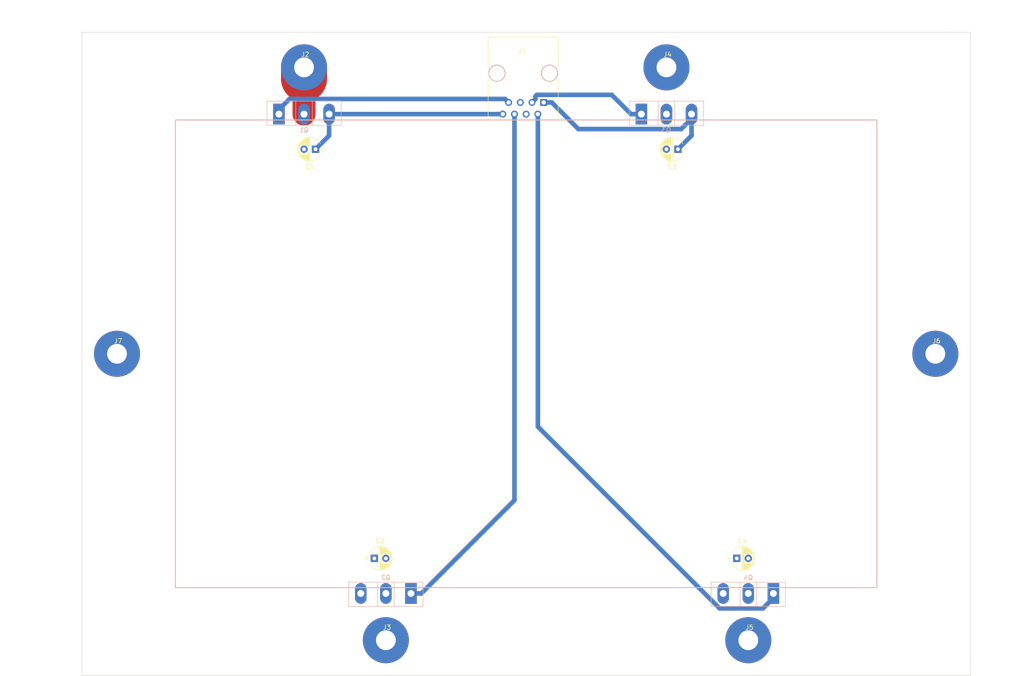
<source format=kicad_pcb>
(kicad_pcb (version 4) (host pcbnew 4.0.7)

  (general
    (links 22)
    (no_connects 14)
    (area 27.889999 20.269999 221.030001 160.070001)
    (thickness 1.6)
    (drawings 59)
    (tracks 31)
    (zones 0)
    (modules 19)
    (nets 13)
  )

  (page A4)
  (layers
    (0 F.Cu mixed)
    (31 B.Cu power)
    (32 B.Adhes user hide)
    (33 F.Adhes user hide)
    (34 B.Paste user hide)
    (35 F.Paste user hide)
    (36 B.SilkS user)
    (37 F.SilkS user)
    (38 B.Mask user)
    (39 F.Mask user hide)
    (40 Dwgs.User user)
    (41 Cmts.User user hide)
    (42 Eco1.User user hide)
    (43 Eco2.User user hide)
    (44 Edge.Cuts user)
    (45 Margin user hide)
    (46 B.CrtYd user)
    (47 F.CrtYd user)
    (48 B.Fab user hide)
    (49 F.Fab user hide)
  )

  (setup
    (last_trace_width 1)
    (trace_clearance 0.4)
    (zone_clearance 0.508)
    (zone_45_only no)
    (trace_min 0.2)
    (segment_width 0.2)
    (edge_width 0.1)
    (via_size 1.5)
    (via_drill 1)
    (via_min_size 0.4)
    (via_min_drill 0.3)
    (uvia_size 1)
    (uvia_drill 0.5)
    (uvias_allowed no)
    (uvia_min_size 0.2)
    (uvia_min_drill 0.1)
    (pcb_text_width 0.3)
    (pcb_text_size 1.5 1.5)
    (mod_edge_width 0.15)
    (mod_text_size 1 1)
    (mod_text_width 0.15)
    (pad_size 1.5 1.5)
    (pad_drill 0.6)
    (pad_to_mask_clearance 0)
    (aux_axis_origin 0 0)
    (visible_elements 7FFFEFFF)
    (pcbplotparams
      (layerselection 0x000f0_80000001)
      (usegerberextensions false)
      (excludeedgelayer true)
      (linewidth 0.100000)
      (plotframeref false)
      (viasonmask false)
      (mode 1)
      (useauxorigin false)
      (hpglpennumber 1)
      (hpglpenspeed 20)
      (hpglpendiameter 15)
      (hpglpenoverlay 2)
      (psnegative false)
      (psa4output false)
      (plotreference true)
      (plotvalue true)
      (plotinvisibletext false)
      (padsonsilk false)
      (subtractmaskfromsilk false)
      (outputformat 1)
      (mirror false)
      (drillshape 0)
      (scaleselection 1)
      (outputdirectory ""))
  )

  (net 0 "")
  (net 1 GND_ISO_1)
  (net 2 "Net-(C3-Pad2)")
  (net 3 "Net-(C4-Pad2)")
  (net 4 DRV_GATE_1)
  (net 5 DRV_GATE_2)
  (net 6 DRV_GATE_3)
  (net 7 DRV_GATE_4)
  (net 8 GND_ISO_3)
  (net 9 GND_ISO_4)
  (net 10 "/SinglePowerSwitch 3/DRAIN")
  (net 11 "Net-(J6-Pad1)")
  (net 12 "Net-(J7-Pad1)")

  (net_class Default "This is the default net class."
    (clearance 0.4)
    (trace_width 1)
    (via_dia 1.5)
    (via_drill 1)
    (uvia_dia 1)
    (uvia_drill 0.5)
    (add_net "/SinglePowerSwitch 3/DRAIN")
    (add_net DRV_GATE_1)
    (add_net DRV_GATE_2)
    (add_net DRV_GATE_3)
    (add_net DRV_GATE_4)
    (add_net GND_ISO_1)
    (add_net GND_ISO_3)
    (add_net GND_ISO_4)
    (add_net "Net-(C3-Pad2)")
    (add_net "Net-(C4-Pad2)")
    (add_net "Net-(J6-Pad1)")
    (add_net "Net-(J7-Pad1)")
  )

  (module PartsLibraries:RJ45 (layer F.Cu) (tedit 59511D7C) (tstamp 59AF0929)
    (at 128.27 35.56 180)
    (tags RJ45)
    (path /59AED755)
    (fp_text reference J1 (at 4.7 11.18 180) (layer F.SilkS)
      (effects (font (size 1 1) (thickness 0.15)))
    )
    (fp_text value RJ45 (at 4.59 6.25 180) (layer F.Fab)
      (effects (font (size 1 1) (thickness 0.15)))
    )
    (fp_line (start -3.17 14.22) (end 12.07 14.22) (layer F.SilkS) (width 0.12))
    (fp_line (start 12.07 -3.81) (end 12.06 5.18) (layer F.SilkS) (width 0.12))
    (fp_line (start 12.07 -3.81) (end -3.17 -3.81) (layer F.SilkS) (width 0.12))
    (fp_line (start -3.17 -3.81) (end -3.17 5.19) (layer F.SilkS) (width 0.12))
    (fp_line (start 12.06 7.52) (end 12.07 14.22) (layer F.SilkS) (width 0.12))
    (fp_line (start -3.17 7.51) (end -3.17 14.22) (layer F.SilkS) (width 0.12))
    (fp_line (start -3.56 -4.06) (end 12.46 -4.06) (layer F.CrtYd) (width 0.05))
    (fp_line (start -3.56 -4.06) (end -3.56 14.47) (layer F.CrtYd) (width 0.05))
    (fp_line (start 12.46 14.47) (end 12.46 -4.06) (layer F.CrtYd) (width 0.05))
    (fp_line (start 12.46 14.47) (end -3.56 14.47) (layer F.CrtYd) (width 0.05))
    (pad "" np_thru_hole circle (at 10.16 6.35 180) (size 3.65 3.65) (drill 3.25) (layers *.Cu *.SilkS *.Mask))
    (pad "" np_thru_hole circle (at -1.27 6.35 180) (size 3.65 3.65) (drill 3.25) (layers *.Cu *.SilkS *.Mask))
    (pad 1 thru_hole rect (at 0 0 180) (size 1.5 1.5) (drill 0.9) (layers *.Cu *.Mask)
      (net 8 GND_ISO_3))
    (pad 2 thru_hole circle (at 1.27 -2.54 180) (size 1.5 1.5) (drill 0.9) (layers *.Cu *.Mask)
      (net 7 DRV_GATE_4))
    (pad 3 thru_hole circle (at 2.54 0 180) (size 1.5 1.5) (drill 0.9) (layers *.Cu *.Mask)
      (net 6 DRV_GATE_3))
    (pad 4 thru_hole circle (at 3.81 -2.54 180) (size 1.5 1.5) (drill 0.9) (layers *.Cu *.Mask)
      (net 9 GND_ISO_4))
    (pad 5 thru_hole circle (at 5.08 0 180) (size 1.5 1.5) (drill 0.9) (layers *.Cu *.Mask)
      (net 1 GND_ISO_1))
    (pad 6 thru_hole circle (at 6.35 -2.54 180) (size 1.5 1.5) (drill 0.9) (layers *.Cu *.Mask)
      (net 5 DRV_GATE_2))
    (pad 7 thru_hole circle (at 7.62 0 180) (size 1.5 1.5) (drill 0.9) (layers *.Cu *.Mask)
      (net 4 DRV_GATE_1))
    (pad 8 thru_hole circle (at 8.89 -2.54 180) (size 1.5 1.5) (drill 0.9) (layers *.Cu *.Mask)
      (net 1 GND_ISO_1))
    (model ../../../../../../Development/multilevelinverter/Hardware/3D/RJ45.wrl
      (at (xyz 0.175 -0.667 0.3))
      (scale (xyz 10 10 10))
      (rotate (xyz 270 0 0))
    )
  )

  (module Mounting_Holes:MountingHole_4.3mm_M4 (layer F.Cu) (tedit 5A27F7A2) (tstamp 5A172C6E)
    (at 182.88 127)
    (descr "Mounting Hole 4.3mm, no annular, M4")
    (tags "mounting hole 4.3mm no annular m4")
    (attr virtual)
    (fp_text reference "" (at 0 -5.3) (layer F.SilkS)
      (effects (font (size 1 1) (thickness 0.15)))
    )
    (fp_text value MountingHole_4.3mm_M4 (at 0 5.3) (layer F.Fab)
      (effects (font (size 1 1) (thickness 0.15)))
    )
    (fp_text user %R (at 0.3 0) (layer F.Fab)
      (effects (font (size 1 1) (thickness 0.15)))
    )
    (fp_circle (center 0 0) (end 4.3 0) (layer Cmts.User) (width 0.15))
    (fp_circle (center 0 0) (end 4.55 0) (layer F.CrtYd) (width 0.05))
    (pad 1 np_thru_hole circle (at 0 0) (size 4.3 4.3) (drill 4.3) (layers *.Cu *.Mask))
  )

  (module Mounting_Holes:MountingHole_4.3mm_M4 (layer F.Cu) (tedit 5A27F79F) (tstamp 5A172C67)
    (at 67.31 128.27)
    (descr "Mounting Hole 4.3mm, no annular, M4")
    (tags "mounting hole 4.3mm no annular m4")
    (attr virtual)
    (fp_text reference "" (at 0 -5.3) (layer F.SilkS)
      (effects (font (size 1 1) (thickness 0.15)))
    )
    (fp_text value MountingHole_4.3mm_M4 (at 0 5.3) (layer F.Fab)
      (effects (font (size 1 1) (thickness 0.15)))
    )
    (fp_text user %R (at 0.3 0) (layer F.Fab)
      (effects (font (size 1 1) (thickness 0.15)))
    )
    (fp_circle (center 0 0) (end 4.3 0) (layer Cmts.User) (width 0.15))
    (fp_circle (center 0 0) (end 4.55 0) (layer F.CrtYd) (width 0.05))
    (pad 1 np_thru_hole circle (at 0 0) (size 4.3 4.3) (drill 4.3) (layers *.Cu *.Mask))
  )

  (module Mounting_Holes:MountingHole_4.3mm_M4 (layer F.Cu) (tedit 5A27F798) (tstamp 5A172C60)
    (at 182.88 58.42)
    (descr "Mounting Hole 4.3mm, no annular, M4")
    (tags "mounting hole 4.3mm no annular m4")
    (attr virtual)
    (fp_text reference "" (at 0 -5.3) (layer F.SilkS)
      (effects (font (size 1 1) (thickness 0.15)))
    )
    (fp_text value MountingHole_4.3mm_M4 (at 0 5.3) (layer F.Fab)
      (effects (font (size 1 1) (thickness 0.15)))
    )
    (fp_text user %R (at 0.3 0) (layer F.Fab)
      (effects (font (size 1 1) (thickness 0.15)))
    )
    (fp_circle (center 0 0) (end 4.3 0) (layer Cmts.User) (width 0.15))
    (fp_circle (center 0 0) (end 4.55 0) (layer F.CrtYd) (width 0.05))
    (pad 1 np_thru_hole circle (at 0 0) (size 4.3 4.3) (drill 4.3) (layers *.Cu *.Mask))
  )

  (module PartsLibraries:CP_Radial_D5.0mm_P2.50mm (layer F.Cu) (tedit 597BC7C2) (tstamp 59AF0722)
    (at 78.7 45.72 180)
    (descr "CP, Radial series, Radial, pin pitch=2.50mm, , diameter=5mm, Electrolytic Capacitor")
    (tags "CP Radial series Radial pin pitch 2.50mm  diameter 5mm Electrolytic Capacitor")
    (path /59AEDD49/59AEE01D)
    (fp_text reference C1 (at 1.25 -3.81 180) (layer F.SilkS)
      (effects (font (size 1 1) (thickness 0.15)))
    )
    (fp_text value C (at 1.25 3.81 180) (layer F.Fab)
      (effects (font (size 1 1) (thickness 0.15)))
    )
    (fp_arc (start 1.25 0) (end -1.05558 -1.18) (angle 125.8) (layer F.SilkS) (width 0.12))
    (fp_arc (start 1.25 0) (end -1.05558 1.18) (angle -125.8) (layer F.SilkS) (width 0.12))
    (fp_arc (start 1.25 0) (end 3.55558 -1.18) (angle 54.2) (layer F.SilkS) (width 0.12))
    (fp_circle (center 1.25 0) (end 3.75 0) (layer F.Fab) (width 0.1))
    (fp_line (start -2.2 0) (end -1 0) (layer F.Fab) (width 0.1))
    (fp_line (start -1.6 -0.65) (end -1.6 0.65) (layer F.Fab) (width 0.1))
    (fp_line (start 1.25 -2.55) (end 1.25 2.55) (layer F.SilkS) (width 0.12))
    (fp_line (start 1.29 -2.55) (end 1.29 2.55) (layer F.SilkS) (width 0.12))
    (fp_line (start 1.33 -2.549) (end 1.33 2.549) (layer F.SilkS) (width 0.12))
    (fp_line (start 1.37 -2.548) (end 1.37 2.548) (layer F.SilkS) (width 0.12))
    (fp_line (start 1.41 -2.546) (end 1.41 2.546) (layer F.SilkS) (width 0.12))
    (fp_line (start 1.45 -2.543) (end 1.45 2.543) (layer F.SilkS) (width 0.12))
    (fp_line (start 1.49 -2.539) (end 1.49 2.539) (layer F.SilkS) (width 0.12))
    (fp_line (start 1.53 -2.535) (end 1.53 -0.98) (layer F.SilkS) (width 0.12))
    (fp_line (start 1.53 0.98) (end 1.53 2.535) (layer F.SilkS) (width 0.12))
    (fp_line (start 1.57 -2.531) (end 1.57 -0.98) (layer F.SilkS) (width 0.12))
    (fp_line (start 1.57 0.98) (end 1.57 2.531) (layer F.SilkS) (width 0.12))
    (fp_line (start 1.61 -2.525) (end 1.61 -0.98) (layer F.SilkS) (width 0.12))
    (fp_line (start 1.61 0.98) (end 1.61 2.525) (layer F.SilkS) (width 0.12))
    (fp_line (start 1.65 -2.519) (end 1.65 -0.98) (layer F.SilkS) (width 0.12))
    (fp_line (start 1.65 0.98) (end 1.65 2.519) (layer F.SilkS) (width 0.12))
    (fp_line (start 1.69 -2.513) (end 1.69 -0.98) (layer F.SilkS) (width 0.12))
    (fp_line (start 1.69 0.98) (end 1.69 2.513) (layer F.SilkS) (width 0.12))
    (fp_line (start 1.73 -2.506) (end 1.73 -0.98) (layer F.SilkS) (width 0.12))
    (fp_line (start 1.73 0.98) (end 1.73 2.506) (layer F.SilkS) (width 0.12))
    (fp_line (start 1.77 -2.498) (end 1.77 -0.98) (layer F.SilkS) (width 0.12))
    (fp_line (start 1.77 0.98) (end 1.77 2.498) (layer F.SilkS) (width 0.12))
    (fp_line (start 1.81 -2.489) (end 1.81 -0.98) (layer F.SilkS) (width 0.12))
    (fp_line (start 1.81 0.98) (end 1.81 2.489) (layer F.SilkS) (width 0.12))
    (fp_line (start 1.85 -2.48) (end 1.85 -0.98) (layer F.SilkS) (width 0.12))
    (fp_line (start 1.85 0.98) (end 1.85 2.48) (layer F.SilkS) (width 0.12))
    (fp_line (start 1.89 -2.47) (end 1.89 -0.98) (layer F.SilkS) (width 0.12))
    (fp_line (start 1.89 0.98) (end 1.89 2.47) (layer F.SilkS) (width 0.12))
    (fp_line (start 1.93 -2.46) (end 1.93 -0.98) (layer F.SilkS) (width 0.12))
    (fp_line (start 1.93 0.98) (end 1.93 2.46) (layer F.SilkS) (width 0.12))
    (fp_line (start 1.971 -2.448) (end 1.971 -0.98) (layer F.SilkS) (width 0.12))
    (fp_line (start 1.971 0.98) (end 1.971 2.448) (layer F.SilkS) (width 0.12))
    (fp_line (start 2.011 -2.436) (end 2.011 -0.98) (layer F.SilkS) (width 0.12))
    (fp_line (start 2.011 0.98) (end 2.011 2.436) (layer F.SilkS) (width 0.12))
    (fp_line (start 2.051 -2.424) (end 2.051 -0.98) (layer F.SilkS) (width 0.12))
    (fp_line (start 2.051 0.98) (end 2.051 2.424) (layer F.SilkS) (width 0.12))
    (fp_line (start 2.091 -2.41) (end 2.091 -0.98) (layer F.SilkS) (width 0.12))
    (fp_line (start 2.091 0.98) (end 2.091 2.41) (layer F.SilkS) (width 0.12))
    (fp_line (start 2.131 -2.396) (end 2.131 -0.98) (layer F.SilkS) (width 0.12))
    (fp_line (start 2.131 0.98) (end 2.131 2.396) (layer F.SilkS) (width 0.12))
    (fp_line (start 2.171 -2.382) (end 2.171 -0.98) (layer F.SilkS) (width 0.12))
    (fp_line (start 2.171 0.98) (end 2.171 2.382) (layer F.SilkS) (width 0.12))
    (fp_line (start 2.211 -2.366) (end 2.211 -0.98) (layer F.SilkS) (width 0.12))
    (fp_line (start 2.211 0.98) (end 2.211 2.366) (layer F.SilkS) (width 0.12))
    (fp_line (start 2.251 -2.35) (end 2.251 -0.98) (layer F.SilkS) (width 0.12))
    (fp_line (start 2.251 0.98) (end 2.251 2.35) (layer F.SilkS) (width 0.12))
    (fp_line (start 2.291 -2.333) (end 2.291 -0.98) (layer F.SilkS) (width 0.12))
    (fp_line (start 2.291 0.98) (end 2.291 2.333) (layer F.SilkS) (width 0.12))
    (fp_line (start 2.331 -2.315) (end 2.331 -0.98) (layer F.SilkS) (width 0.12))
    (fp_line (start 2.331 0.98) (end 2.331 2.315) (layer F.SilkS) (width 0.12))
    (fp_line (start 2.371 -2.296) (end 2.371 -0.98) (layer F.SilkS) (width 0.12))
    (fp_line (start 2.371 0.98) (end 2.371 2.296) (layer F.SilkS) (width 0.12))
    (fp_line (start 2.411 -2.276) (end 2.411 -0.98) (layer F.SilkS) (width 0.12))
    (fp_line (start 2.411 0.98) (end 2.411 2.276) (layer F.SilkS) (width 0.12))
    (fp_line (start 2.451 -2.256) (end 2.451 -0.98) (layer F.SilkS) (width 0.12))
    (fp_line (start 2.451 0.98) (end 2.451 2.256) (layer F.SilkS) (width 0.12))
    (fp_line (start 2.491 -2.234) (end 2.491 -0.98) (layer F.SilkS) (width 0.12))
    (fp_line (start 2.491 0.98) (end 2.491 2.234) (layer F.SilkS) (width 0.12))
    (fp_line (start 2.531 -2.212) (end 2.531 -0.98) (layer F.SilkS) (width 0.12))
    (fp_line (start 2.531 0.98) (end 2.531 2.212) (layer F.SilkS) (width 0.12))
    (fp_line (start 2.571 -2.189) (end 2.571 -0.98) (layer F.SilkS) (width 0.12))
    (fp_line (start 2.571 0.98) (end 2.571 2.189) (layer F.SilkS) (width 0.12))
    (fp_line (start 2.611 -2.165) (end 2.611 -0.98) (layer F.SilkS) (width 0.12))
    (fp_line (start 2.611 0.98) (end 2.611 2.165) (layer F.SilkS) (width 0.12))
    (fp_line (start 2.651 -2.14) (end 2.651 -0.98) (layer F.SilkS) (width 0.12))
    (fp_line (start 2.651 0.98) (end 2.651 2.14) (layer F.SilkS) (width 0.12))
    (fp_line (start 2.691 -2.113) (end 2.691 -0.98) (layer F.SilkS) (width 0.12))
    (fp_line (start 2.691 0.98) (end 2.691 2.113) (layer F.SilkS) (width 0.12))
    (fp_line (start 2.731 -2.086) (end 2.731 -0.98) (layer F.SilkS) (width 0.12))
    (fp_line (start 2.731 0.98) (end 2.731 2.086) (layer F.SilkS) (width 0.12))
    (fp_line (start 2.771 -2.058) (end 2.771 -0.98) (layer F.SilkS) (width 0.12))
    (fp_line (start 2.771 0.98) (end 2.771 2.058) (layer F.SilkS) (width 0.12))
    (fp_line (start 2.811 -2.028) (end 2.811 -0.98) (layer F.SilkS) (width 0.12))
    (fp_line (start 2.811 0.98) (end 2.811 2.028) (layer F.SilkS) (width 0.12))
    (fp_line (start 2.851 -1.997) (end 2.851 -0.98) (layer F.SilkS) (width 0.12))
    (fp_line (start 2.851 0.98) (end 2.851 1.997) (layer F.SilkS) (width 0.12))
    (fp_line (start 2.891 -1.965) (end 2.891 -0.98) (layer F.SilkS) (width 0.12))
    (fp_line (start 2.891 0.98) (end 2.891 1.965) (layer F.SilkS) (width 0.12))
    (fp_line (start 2.931 -1.932) (end 2.931 -0.98) (layer F.SilkS) (width 0.12))
    (fp_line (start 2.931 0.98) (end 2.931 1.932) (layer F.SilkS) (width 0.12))
    (fp_line (start 2.971 -1.897) (end 2.971 -0.98) (layer F.SilkS) (width 0.12))
    (fp_line (start 2.971 0.98) (end 2.971 1.897) (layer F.SilkS) (width 0.12))
    (fp_line (start 3.011 -1.861) (end 3.011 -0.98) (layer F.SilkS) (width 0.12))
    (fp_line (start 3.011 0.98) (end 3.011 1.861) (layer F.SilkS) (width 0.12))
    (fp_line (start 3.051 -1.823) (end 3.051 -0.98) (layer F.SilkS) (width 0.12))
    (fp_line (start 3.051 0.98) (end 3.051 1.823) (layer F.SilkS) (width 0.12))
    (fp_line (start 3.091 -1.783) (end 3.091 -0.98) (layer F.SilkS) (width 0.12))
    (fp_line (start 3.091 0.98) (end 3.091 1.783) (layer F.SilkS) (width 0.12))
    (fp_line (start 3.131 -1.742) (end 3.131 -0.98) (layer F.SilkS) (width 0.12))
    (fp_line (start 3.131 0.98) (end 3.131 1.742) (layer F.SilkS) (width 0.12))
    (fp_line (start 3.171 -1.699) (end 3.171 -0.98) (layer F.SilkS) (width 0.12))
    (fp_line (start 3.171 0.98) (end 3.171 1.699) (layer F.SilkS) (width 0.12))
    (fp_line (start 3.211 -1.654) (end 3.211 -0.98) (layer F.SilkS) (width 0.12))
    (fp_line (start 3.211 0.98) (end 3.211 1.654) (layer F.SilkS) (width 0.12))
    (fp_line (start 3.251 -1.606) (end 3.251 -0.98) (layer F.SilkS) (width 0.12))
    (fp_line (start 3.251 0.98) (end 3.251 1.606) (layer F.SilkS) (width 0.12))
    (fp_line (start 3.291 -1.556) (end 3.291 -0.98) (layer F.SilkS) (width 0.12))
    (fp_line (start 3.291 0.98) (end 3.291 1.556) (layer F.SilkS) (width 0.12))
    (fp_line (start 3.331 -1.504) (end 3.331 -0.98) (layer F.SilkS) (width 0.12))
    (fp_line (start 3.331 0.98) (end 3.331 1.504) (layer F.SilkS) (width 0.12))
    (fp_line (start 3.371 -1.448) (end 3.371 -0.98) (layer F.SilkS) (width 0.12))
    (fp_line (start 3.371 0.98) (end 3.371 1.448) (layer F.SilkS) (width 0.12))
    (fp_line (start 3.411 -1.39) (end 3.411 -0.98) (layer F.SilkS) (width 0.12))
    (fp_line (start 3.411 0.98) (end 3.411 1.39) (layer F.SilkS) (width 0.12))
    (fp_line (start 3.451 -1.327) (end 3.451 -0.98) (layer F.SilkS) (width 0.12))
    (fp_line (start 3.451 0.98) (end 3.451 1.327) (layer F.SilkS) (width 0.12))
    (fp_line (start 3.491 -1.261) (end 3.491 1.261) (layer F.SilkS) (width 0.12))
    (fp_line (start 3.531 -1.189) (end 3.531 1.189) (layer F.SilkS) (width 0.12))
    (fp_line (start 3.571 -1.112) (end 3.571 1.112) (layer F.SilkS) (width 0.12))
    (fp_line (start 3.611 -1.028) (end 3.611 1.028) (layer F.SilkS) (width 0.12))
    (fp_line (start 3.651 -0.934) (end 3.651 0.934) (layer F.SilkS) (width 0.12))
    (fp_line (start 3.691 -0.829) (end 3.691 0.829) (layer F.SilkS) (width 0.12))
    (fp_line (start 3.731 -0.707) (end 3.731 0.707) (layer F.SilkS) (width 0.12))
    (fp_line (start 3.771 -0.559) (end 3.771 0.559) (layer F.SilkS) (width 0.12))
    (fp_line (start 3.811 -0.354) (end 3.811 0.354) (layer F.SilkS) (width 0.12))
    (fp_line (start -2.2 0) (end -1 0) (layer F.SilkS) (width 0.12))
    (fp_line (start -1.6 -0.65) (end -1.6 0.65) (layer F.SilkS) (width 0.12))
    (fp_line (start -1.6 -2.85) (end -1.6 2.85) (layer F.CrtYd) (width 0.05))
    (fp_line (start -1.6 2.85) (end 4.1 2.85) (layer F.CrtYd) (width 0.05))
    (fp_line (start 4.1 2.85) (end 4.1 -2.85) (layer F.CrtYd) (width 0.05))
    (fp_line (start 4.1 -2.85) (end -1.6 -2.85) (layer F.CrtYd) (width 0.05))
    (fp_text user %R (at 1.25 0 180) (layer F.Fab)
      (effects (font (size 1 1) (thickness 0.15)))
    )
    (pad 1 thru_hole rect (at 0 0 180) (size 1.6 1.6) (drill 0.8) (layers *.Cu *.Mask)
      (net 1 GND_ISO_1))
    (pad 2 thru_hole circle (at 2.5 0 180) (size 1.6 1.6) (drill 0.8) (layers *.Cu *.Mask)
      (net 8 GND_ISO_3))
    (model ${KISYS3DMOD}/Capacitors_THT.3dshapes/CP_Radial_D5.0mm_P2.50mm.wrl
      (at (xyz 0 0 0))
      (scale (xyz 1 1 1))
      (rotate (xyz 0 0 0))
    )
  )

  (module PartsLibraries:CP_Radial_D5.0mm_P2.50mm (layer F.Cu) (tedit 597BC7C2) (tstamp 59AF07A7)
    (at 91.48 134.62)
    (descr "CP, Radial series, Radial, pin pitch=2.50mm, , diameter=5mm, Electrolytic Capacitor")
    (tags "CP Radial series Radial pin pitch 2.50mm  diameter 5mm Electrolytic Capacitor")
    (path /59AEEDCB/59AEE01D)
    (fp_text reference C2 (at 1.25 -3.81) (layer F.SilkS)
      (effects (font (size 1 1) (thickness 0.15)))
    )
    (fp_text value C (at 1.25 3.81) (layer F.Fab)
      (effects (font (size 1 1) (thickness 0.15)))
    )
    (fp_arc (start 1.25 0) (end -1.05558 -1.18) (angle 125.8) (layer F.SilkS) (width 0.12))
    (fp_arc (start 1.25 0) (end -1.05558 1.18) (angle -125.8) (layer F.SilkS) (width 0.12))
    (fp_arc (start 1.25 0) (end 3.55558 -1.18) (angle 54.2) (layer F.SilkS) (width 0.12))
    (fp_circle (center 1.25 0) (end 3.75 0) (layer F.Fab) (width 0.1))
    (fp_line (start -2.2 0) (end -1 0) (layer F.Fab) (width 0.1))
    (fp_line (start -1.6 -0.65) (end -1.6 0.65) (layer F.Fab) (width 0.1))
    (fp_line (start 1.25 -2.55) (end 1.25 2.55) (layer F.SilkS) (width 0.12))
    (fp_line (start 1.29 -2.55) (end 1.29 2.55) (layer F.SilkS) (width 0.12))
    (fp_line (start 1.33 -2.549) (end 1.33 2.549) (layer F.SilkS) (width 0.12))
    (fp_line (start 1.37 -2.548) (end 1.37 2.548) (layer F.SilkS) (width 0.12))
    (fp_line (start 1.41 -2.546) (end 1.41 2.546) (layer F.SilkS) (width 0.12))
    (fp_line (start 1.45 -2.543) (end 1.45 2.543) (layer F.SilkS) (width 0.12))
    (fp_line (start 1.49 -2.539) (end 1.49 2.539) (layer F.SilkS) (width 0.12))
    (fp_line (start 1.53 -2.535) (end 1.53 -0.98) (layer F.SilkS) (width 0.12))
    (fp_line (start 1.53 0.98) (end 1.53 2.535) (layer F.SilkS) (width 0.12))
    (fp_line (start 1.57 -2.531) (end 1.57 -0.98) (layer F.SilkS) (width 0.12))
    (fp_line (start 1.57 0.98) (end 1.57 2.531) (layer F.SilkS) (width 0.12))
    (fp_line (start 1.61 -2.525) (end 1.61 -0.98) (layer F.SilkS) (width 0.12))
    (fp_line (start 1.61 0.98) (end 1.61 2.525) (layer F.SilkS) (width 0.12))
    (fp_line (start 1.65 -2.519) (end 1.65 -0.98) (layer F.SilkS) (width 0.12))
    (fp_line (start 1.65 0.98) (end 1.65 2.519) (layer F.SilkS) (width 0.12))
    (fp_line (start 1.69 -2.513) (end 1.69 -0.98) (layer F.SilkS) (width 0.12))
    (fp_line (start 1.69 0.98) (end 1.69 2.513) (layer F.SilkS) (width 0.12))
    (fp_line (start 1.73 -2.506) (end 1.73 -0.98) (layer F.SilkS) (width 0.12))
    (fp_line (start 1.73 0.98) (end 1.73 2.506) (layer F.SilkS) (width 0.12))
    (fp_line (start 1.77 -2.498) (end 1.77 -0.98) (layer F.SilkS) (width 0.12))
    (fp_line (start 1.77 0.98) (end 1.77 2.498) (layer F.SilkS) (width 0.12))
    (fp_line (start 1.81 -2.489) (end 1.81 -0.98) (layer F.SilkS) (width 0.12))
    (fp_line (start 1.81 0.98) (end 1.81 2.489) (layer F.SilkS) (width 0.12))
    (fp_line (start 1.85 -2.48) (end 1.85 -0.98) (layer F.SilkS) (width 0.12))
    (fp_line (start 1.85 0.98) (end 1.85 2.48) (layer F.SilkS) (width 0.12))
    (fp_line (start 1.89 -2.47) (end 1.89 -0.98) (layer F.SilkS) (width 0.12))
    (fp_line (start 1.89 0.98) (end 1.89 2.47) (layer F.SilkS) (width 0.12))
    (fp_line (start 1.93 -2.46) (end 1.93 -0.98) (layer F.SilkS) (width 0.12))
    (fp_line (start 1.93 0.98) (end 1.93 2.46) (layer F.SilkS) (width 0.12))
    (fp_line (start 1.971 -2.448) (end 1.971 -0.98) (layer F.SilkS) (width 0.12))
    (fp_line (start 1.971 0.98) (end 1.971 2.448) (layer F.SilkS) (width 0.12))
    (fp_line (start 2.011 -2.436) (end 2.011 -0.98) (layer F.SilkS) (width 0.12))
    (fp_line (start 2.011 0.98) (end 2.011 2.436) (layer F.SilkS) (width 0.12))
    (fp_line (start 2.051 -2.424) (end 2.051 -0.98) (layer F.SilkS) (width 0.12))
    (fp_line (start 2.051 0.98) (end 2.051 2.424) (layer F.SilkS) (width 0.12))
    (fp_line (start 2.091 -2.41) (end 2.091 -0.98) (layer F.SilkS) (width 0.12))
    (fp_line (start 2.091 0.98) (end 2.091 2.41) (layer F.SilkS) (width 0.12))
    (fp_line (start 2.131 -2.396) (end 2.131 -0.98) (layer F.SilkS) (width 0.12))
    (fp_line (start 2.131 0.98) (end 2.131 2.396) (layer F.SilkS) (width 0.12))
    (fp_line (start 2.171 -2.382) (end 2.171 -0.98) (layer F.SilkS) (width 0.12))
    (fp_line (start 2.171 0.98) (end 2.171 2.382) (layer F.SilkS) (width 0.12))
    (fp_line (start 2.211 -2.366) (end 2.211 -0.98) (layer F.SilkS) (width 0.12))
    (fp_line (start 2.211 0.98) (end 2.211 2.366) (layer F.SilkS) (width 0.12))
    (fp_line (start 2.251 -2.35) (end 2.251 -0.98) (layer F.SilkS) (width 0.12))
    (fp_line (start 2.251 0.98) (end 2.251 2.35) (layer F.SilkS) (width 0.12))
    (fp_line (start 2.291 -2.333) (end 2.291 -0.98) (layer F.SilkS) (width 0.12))
    (fp_line (start 2.291 0.98) (end 2.291 2.333) (layer F.SilkS) (width 0.12))
    (fp_line (start 2.331 -2.315) (end 2.331 -0.98) (layer F.SilkS) (width 0.12))
    (fp_line (start 2.331 0.98) (end 2.331 2.315) (layer F.SilkS) (width 0.12))
    (fp_line (start 2.371 -2.296) (end 2.371 -0.98) (layer F.SilkS) (width 0.12))
    (fp_line (start 2.371 0.98) (end 2.371 2.296) (layer F.SilkS) (width 0.12))
    (fp_line (start 2.411 -2.276) (end 2.411 -0.98) (layer F.SilkS) (width 0.12))
    (fp_line (start 2.411 0.98) (end 2.411 2.276) (layer F.SilkS) (width 0.12))
    (fp_line (start 2.451 -2.256) (end 2.451 -0.98) (layer F.SilkS) (width 0.12))
    (fp_line (start 2.451 0.98) (end 2.451 2.256) (layer F.SilkS) (width 0.12))
    (fp_line (start 2.491 -2.234) (end 2.491 -0.98) (layer F.SilkS) (width 0.12))
    (fp_line (start 2.491 0.98) (end 2.491 2.234) (layer F.SilkS) (width 0.12))
    (fp_line (start 2.531 -2.212) (end 2.531 -0.98) (layer F.SilkS) (width 0.12))
    (fp_line (start 2.531 0.98) (end 2.531 2.212) (layer F.SilkS) (width 0.12))
    (fp_line (start 2.571 -2.189) (end 2.571 -0.98) (layer F.SilkS) (width 0.12))
    (fp_line (start 2.571 0.98) (end 2.571 2.189) (layer F.SilkS) (width 0.12))
    (fp_line (start 2.611 -2.165) (end 2.611 -0.98) (layer F.SilkS) (width 0.12))
    (fp_line (start 2.611 0.98) (end 2.611 2.165) (layer F.SilkS) (width 0.12))
    (fp_line (start 2.651 -2.14) (end 2.651 -0.98) (layer F.SilkS) (width 0.12))
    (fp_line (start 2.651 0.98) (end 2.651 2.14) (layer F.SilkS) (width 0.12))
    (fp_line (start 2.691 -2.113) (end 2.691 -0.98) (layer F.SilkS) (width 0.12))
    (fp_line (start 2.691 0.98) (end 2.691 2.113) (layer F.SilkS) (width 0.12))
    (fp_line (start 2.731 -2.086) (end 2.731 -0.98) (layer F.SilkS) (width 0.12))
    (fp_line (start 2.731 0.98) (end 2.731 2.086) (layer F.SilkS) (width 0.12))
    (fp_line (start 2.771 -2.058) (end 2.771 -0.98) (layer F.SilkS) (width 0.12))
    (fp_line (start 2.771 0.98) (end 2.771 2.058) (layer F.SilkS) (width 0.12))
    (fp_line (start 2.811 -2.028) (end 2.811 -0.98) (layer F.SilkS) (width 0.12))
    (fp_line (start 2.811 0.98) (end 2.811 2.028) (layer F.SilkS) (width 0.12))
    (fp_line (start 2.851 -1.997) (end 2.851 -0.98) (layer F.SilkS) (width 0.12))
    (fp_line (start 2.851 0.98) (end 2.851 1.997) (layer F.SilkS) (width 0.12))
    (fp_line (start 2.891 -1.965) (end 2.891 -0.98) (layer F.SilkS) (width 0.12))
    (fp_line (start 2.891 0.98) (end 2.891 1.965) (layer F.SilkS) (width 0.12))
    (fp_line (start 2.931 -1.932) (end 2.931 -0.98) (layer F.SilkS) (width 0.12))
    (fp_line (start 2.931 0.98) (end 2.931 1.932) (layer F.SilkS) (width 0.12))
    (fp_line (start 2.971 -1.897) (end 2.971 -0.98) (layer F.SilkS) (width 0.12))
    (fp_line (start 2.971 0.98) (end 2.971 1.897) (layer F.SilkS) (width 0.12))
    (fp_line (start 3.011 -1.861) (end 3.011 -0.98) (layer F.SilkS) (width 0.12))
    (fp_line (start 3.011 0.98) (end 3.011 1.861) (layer F.SilkS) (width 0.12))
    (fp_line (start 3.051 -1.823) (end 3.051 -0.98) (layer F.SilkS) (width 0.12))
    (fp_line (start 3.051 0.98) (end 3.051 1.823) (layer F.SilkS) (width 0.12))
    (fp_line (start 3.091 -1.783) (end 3.091 -0.98) (layer F.SilkS) (width 0.12))
    (fp_line (start 3.091 0.98) (end 3.091 1.783) (layer F.SilkS) (width 0.12))
    (fp_line (start 3.131 -1.742) (end 3.131 -0.98) (layer F.SilkS) (width 0.12))
    (fp_line (start 3.131 0.98) (end 3.131 1.742) (layer F.SilkS) (width 0.12))
    (fp_line (start 3.171 -1.699) (end 3.171 -0.98) (layer F.SilkS) (width 0.12))
    (fp_line (start 3.171 0.98) (end 3.171 1.699) (layer F.SilkS) (width 0.12))
    (fp_line (start 3.211 -1.654) (end 3.211 -0.98) (layer F.SilkS) (width 0.12))
    (fp_line (start 3.211 0.98) (end 3.211 1.654) (layer F.SilkS) (width 0.12))
    (fp_line (start 3.251 -1.606) (end 3.251 -0.98) (layer F.SilkS) (width 0.12))
    (fp_line (start 3.251 0.98) (end 3.251 1.606) (layer F.SilkS) (width 0.12))
    (fp_line (start 3.291 -1.556) (end 3.291 -0.98) (layer F.SilkS) (width 0.12))
    (fp_line (start 3.291 0.98) (end 3.291 1.556) (layer F.SilkS) (width 0.12))
    (fp_line (start 3.331 -1.504) (end 3.331 -0.98) (layer F.SilkS) (width 0.12))
    (fp_line (start 3.331 0.98) (end 3.331 1.504) (layer F.SilkS) (width 0.12))
    (fp_line (start 3.371 -1.448) (end 3.371 -0.98) (layer F.SilkS) (width 0.12))
    (fp_line (start 3.371 0.98) (end 3.371 1.448) (layer F.SilkS) (width 0.12))
    (fp_line (start 3.411 -1.39) (end 3.411 -0.98) (layer F.SilkS) (width 0.12))
    (fp_line (start 3.411 0.98) (end 3.411 1.39) (layer F.SilkS) (width 0.12))
    (fp_line (start 3.451 -1.327) (end 3.451 -0.98) (layer F.SilkS) (width 0.12))
    (fp_line (start 3.451 0.98) (end 3.451 1.327) (layer F.SilkS) (width 0.12))
    (fp_line (start 3.491 -1.261) (end 3.491 1.261) (layer F.SilkS) (width 0.12))
    (fp_line (start 3.531 -1.189) (end 3.531 1.189) (layer F.SilkS) (width 0.12))
    (fp_line (start 3.571 -1.112) (end 3.571 1.112) (layer F.SilkS) (width 0.12))
    (fp_line (start 3.611 -1.028) (end 3.611 1.028) (layer F.SilkS) (width 0.12))
    (fp_line (start 3.651 -0.934) (end 3.651 0.934) (layer F.SilkS) (width 0.12))
    (fp_line (start 3.691 -0.829) (end 3.691 0.829) (layer F.SilkS) (width 0.12))
    (fp_line (start 3.731 -0.707) (end 3.731 0.707) (layer F.SilkS) (width 0.12))
    (fp_line (start 3.771 -0.559) (end 3.771 0.559) (layer F.SilkS) (width 0.12))
    (fp_line (start 3.811 -0.354) (end 3.811 0.354) (layer F.SilkS) (width 0.12))
    (fp_line (start -2.2 0) (end -1 0) (layer F.SilkS) (width 0.12))
    (fp_line (start -1.6 -0.65) (end -1.6 0.65) (layer F.SilkS) (width 0.12))
    (fp_line (start -1.6 -2.85) (end -1.6 2.85) (layer F.CrtYd) (width 0.05))
    (fp_line (start -1.6 2.85) (end 4.1 2.85) (layer F.CrtYd) (width 0.05))
    (fp_line (start 4.1 2.85) (end 4.1 -2.85) (layer F.CrtYd) (width 0.05))
    (fp_line (start 4.1 -2.85) (end -1.6 -2.85) (layer F.CrtYd) (width 0.05))
    (fp_text user %R (at 1.25 0) (layer F.Fab)
      (effects (font (size 1 1) (thickness 0.15)))
    )
    (pad 1 thru_hole rect (at 0 0) (size 1.6 1.6) (drill 0.8) (layers *.Cu *.Mask)
      (net 1 GND_ISO_1))
    (pad 2 thru_hole circle (at 2.5 0) (size 1.6 1.6) (drill 0.8) (layers *.Cu *.Mask)
      (net 9 GND_ISO_4))
    (model ${KISYS3DMOD}/Capacitors_THT.3dshapes/CP_Radial_D5.0mm_P2.50mm.wrl
      (at (xyz 0 0 0))
      (scale (xyz 1 1 1))
      (rotate (xyz 0 0 0))
    )
  )

  (module PartsLibraries:CP_Radial_D5.0mm_P2.50mm (layer F.Cu) (tedit 597BC7C2) (tstamp 59AF082C)
    (at 157.44 45.72 180)
    (descr "CP, Radial series, Radial, pin pitch=2.50mm, , diameter=5mm, Electrolytic Capacitor")
    (tags "CP Radial series Radial pin pitch 2.50mm  diameter 5mm Electrolytic Capacitor")
    (path /59AEEFC6/59AEE01D)
    (fp_text reference C3 (at 1.25 -3.81 180) (layer F.SilkS)
      (effects (font (size 1 1) (thickness 0.15)))
    )
    (fp_text value C (at 1.25 3.81 180) (layer F.Fab)
      (effects (font (size 1 1) (thickness 0.15)))
    )
    (fp_arc (start 1.25 0) (end -1.05558 -1.18) (angle 125.8) (layer F.SilkS) (width 0.12))
    (fp_arc (start 1.25 0) (end -1.05558 1.18) (angle -125.8) (layer F.SilkS) (width 0.12))
    (fp_arc (start 1.25 0) (end 3.55558 -1.18) (angle 54.2) (layer F.SilkS) (width 0.12))
    (fp_circle (center 1.25 0) (end 3.75 0) (layer F.Fab) (width 0.1))
    (fp_line (start -2.2 0) (end -1 0) (layer F.Fab) (width 0.1))
    (fp_line (start -1.6 -0.65) (end -1.6 0.65) (layer F.Fab) (width 0.1))
    (fp_line (start 1.25 -2.55) (end 1.25 2.55) (layer F.SilkS) (width 0.12))
    (fp_line (start 1.29 -2.55) (end 1.29 2.55) (layer F.SilkS) (width 0.12))
    (fp_line (start 1.33 -2.549) (end 1.33 2.549) (layer F.SilkS) (width 0.12))
    (fp_line (start 1.37 -2.548) (end 1.37 2.548) (layer F.SilkS) (width 0.12))
    (fp_line (start 1.41 -2.546) (end 1.41 2.546) (layer F.SilkS) (width 0.12))
    (fp_line (start 1.45 -2.543) (end 1.45 2.543) (layer F.SilkS) (width 0.12))
    (fp_line (start 1.49 -2.539) (end 1.49 2.539) (layer F.SilkS) (width 0.12))
    (fp_line (start 1.53 -2.535) (end 1.53 -0.98) (layer F.SilkS) (width 0.12))
    (fp_line (start 1.53 0.98) (end 1.53 2.535) (layer F.SilkS) (width 0.12))
    (fp_line (start 1.57 -2.531) (end 1.57 -0.98) (layer F.SilkS) (width 0.12))
    (fp_line (start 1.57 0.98) (end 1.57 2.531) (layer F.SilkS) (width 0.12))
    (fp_line (start 1.61 -2.525) (end 1.61 -0.98) (layer F.SilkS) (width 0.12))
    (fp_line (start 1.61 0.98) (end 1.61 2.525) (layer F.SilkS) (width 0.12))
    (fp_line (start 1.65 -2.519) (end 1.65 -0.98) (layer F.SilkS) (width 0.12))
    (fp_line (start 1.65 0.98) (end 1.65 2.519) (layer F.SilkS) (width 0.12))
    (fp_line (start 1.69 -2.513) (end 1.69 -0.98) (layer F.SilkS) (width 0.12))
    (fp_line (start 1.69 0.98) (end 1.69 2.513) (layer F.SilkS) (width 0.12))
    (fp_line (start 1.73 -2.506) (end 1.73 -0.98) (layer F.SilkS) (width 0.12))
    (fp_line (start 1.73 0.98) (end 1.73 2.506) (layer F.SilkS) (width 0.12))
    (fp_line (start 1.77 -2.498) (end 1.77 -0.98) (layer F.SilkS) (width 0.12))
    (fp_line (start 1.77 0.98) (end 1.77 2.498) (layer F.SilkS) (width 0.12))
    (fp_line (start 1.81 -2.489) (end 1.81 -0.98) (layer F.SilkS) (width 0.12))
    (fp_line (start 1.81 0.98) (end 1.81 2.489) (layer F.SilkS) (width 0.12))
    (fp_line (start 1.85 -2.48) (end 1.85 -0.98) (layer F.SilkS) (width 0.12))
    (fp_line (start 1.85 0.98) (end 1.85 2.48) (layer F.SilkS) (width 0.12))
    (fp_line (start 1.89 -2.47) (end 1.89 -0.98) (layer F.SilkS) (width 0.12))
    (fp_line (start 1.89 0.98) (end 1.89 2.47) (layer F.SilkS) (width 0.12))
    (fp_line (start 1.93 -2.46) (end 1.93 -0.98) (layer F.SilkS) (width 0.12))
    (fp_line (start 1.93 0.98) (end 1.93 2.46) (layer F.SilkS) (width 0.12))
    (fp_line (start 1.971 -2.448) (end 1.971 -0.98) (layer F.SilkS) (width 0.12))
    (fp_line (start 1.971 0.98) (end 1.971 2.448) (layer F.SilkS) (width 0.12))
    (fp_line (start 2.011 -2.436) (end 2.011 -0.98) (layer F.SilkS) (width 0.12))
    (fp_line (start 2.011 0.98) (end 2.011 2.436) (layer F.SilkS) (width 0.12))
    (fp_line (start 2.051 -2.424) (end 2.051 -0.98) (layer F.SilkS) (width 0.12))
    (fp_line (start 2.051 0.98) (end 2.051 2.424) (layer F.SilkS) (width 0.12))
    (fp_line (start 2.091 -2.41) (end 2.091 -0.98) (layer F.SilkS) (width 0.12))
    (fp_line (start 2.091 0.98) (end 2.091 2.41) (layer F.SilkS) (width 0.12))
    (fp_line (start 2.131 -2.396) (end 2.131 -0.98) (layer F.SilkS) (width 0.12))
    (fp_line (start 2.131 0.98) (end 2.131 2.396) (layer F.SilkS) (width 0.12))
    (fp_line (start 2.171 -2.382) (end 2.171 -0.98) (layer F.SilkS) (width 0.12))
    (fp_line (start 2.171 0.98) (end 2.171 2.382) (layer F.SilkS) (width 0.12))
    (fp_line (start 2.211 -2.366) (end 2.211 -0.98) (layer F.SilkS) (width 0.12))
    (fp_line (start 2.211 0.98) (end 2.211 2.366) (layer F.SilkS) (width 0.12))
    (fp_line (start 2.251 -2.35) (end 2.251 -0.98) (layer F.SilkS) (width 0.12))
    (fp_line (start 2.251 0.98) (end 2.251 2.35) (layer F.SilkS) (width 0.12))
    (fp_line (start 2.291 -2.333) (end 2.291 -0.98) (layer F.SilkS) (width 0.12))
    (fp_line (start 2.291 0.98) (end 2.291 2.333) (layer F.SilkS) (width 0.12))
    (fp_line (start 2.331 -2.315) (end 2.331 -0.98) (layer F.SilkS) (width 0.12))
    (fp_line (start 2.331 0.98) (end 2.331 2.315) (layer F.SilkS) (width 0.12))
    (fp_line (start 2.371 -2.296) (end 2.371 -0.98) (layer F.SilkS) (width 0.12))
    (fp_line (start 2.371 0.98) (end 2.371 2.296) (layer F.SilkS) (width 0.12))
    (fp_line (start 2.411 -2.276) (end 2.411 -0.98) (layer F.SilkS) (width 0.12))
    (fp_line (start 2.411 0.98) (end 2.411 2.276) (layer F.SilkS) (width 0.12))
    (fp_line (start 2.451 -2.256) (end 2.451 -0.98) (layer F.SilkS) (width 0.12))
    (fp_line (start 2.451 0.98) (end 2.451 2.256) (layer F.SilkS) (width 0.12))
    (fp_line (start 2.491 -2.234) (end 2.491 -0.98) (layer F.SilkS) (width 0.12))
    (fp_line (start 2.491 0.98) (end 2.491 2.234) (layer F.SilkS) (width 0.12))
    (fp_line (start 2.531 -2.212) (end 2.531 -0.98) (layer F.SilkS) (width 0.12))
    (fp_line (start 2.531 0.98) (end 2.531 2.212) (layer F.SilkS) (width 0.12))
    (fp_line (start 2.571 -2.189) (end 2.571 -0.98) (layer F.SilkS) (width 0.12))
    (fp_line (start 2.571 0.98) (end 2.571 2.189) (layer F.SilkS) (width 0.12))
    (fp_line (start 2.611 -2.165) (end 2.611 -0.98) (layer F.SilkS) (width 0.12))
    (fp_line (start 2.611 0.98) (end 2.611 2.165) (layer F.SilkS) (width 0.12))
    (fp_line (start 2.651 -2.14) (end 2.651 -0.98) (layer F.SilkS) (width 0.12))
    (fp_line (start 2.651 0.98) (end 2.651 2.14) (layer F.SilkS) (width 0.12))
    (fp_line (start 2.691 -2.113) (end 2.691 -0.98) (layer F.SilkS) (width 0.12))
    (fp_line (start 2.691 0.98) (end 2.691 2.113) (layer F.SilkS) (width 0.12))
    (fp_line (start 2.731 -2.086) (end 2.731 -0.98) (layer F.SilkS) (width 0.12))
    (fp_line (start 2.731 0.98) (end 2.731 2.086) (layer F.SilkS) (width 0.12))
    (fp_line (start 2.771 -2.058) (end 2.771 -0.98) (layer F.SilkS) (width 0.12))
    (fp_line (start 2.771 0.98) (end 2.771 2.058) (layer F.SilkS) (width 0.12))
    (fp_line (start 2.811 -2.028) (end 2.811 -0.98) (layer F.SilkS) (width 0.12))
    (fp_line (start 2.811 0.98) (end 2.811 2.028) (layer F.SilkS) (width 0.12))
    (fp_line (start 2.851 -1.997) (end 2.851 -0.98) (layer F.SilkS) (width 0.12))
    (fp_line (start 2.851 0.98) (end 2.851 1.997) (layer F.SilkS) (width 0.12))
    (fp_line (start 2.891 -1.965) (end 2.891 -0.98) (layer F.SilkS) (width 0.12))
    (fp_line (start 2.891 0.98) (end 2.891 1.965) (layer F.SilkS) (width 0.12))
    (fp_line (start 2.931 -1.932) (end 2.931 -0.98) (layer F.SilkS) (width 0.12))
    (fp_line (start 2.931 0.98) (end 2.931 1.932) (layer F.SilkS) (width 0.12))
    (fp_line (start 2.971 -1.897) (end 2.971 -0.98) (layer F.SilkS) (width 0.12))
    (fp_line (start 2.971 0.98) (end 2.971 1.897) (layer F.SilkS) (width 0.12))
    (fp_line (start 3.011 -1.861) (end 3.011 -0.98) (layer F.SilkS) (width 0.12))
    (fp_line (start 3.011 0.98) (end 3.011 1.861) (layer F.SilkS) (width 0.12))
    (fp_line (start 3.051 -1.823) (end 3.051 -0.98) (layer F.SilkS) (width 0.12))
    (fp_line (start 3.051 0.98) (end 3.051 1.823) (layer F.SilkS) (width 0.12))
    (fp_line (start 3.091 -1.783) (end 3.091 -0.98) (layer F.SilkS) (width 0.12))
    (fp_line (start 3.091 0.98) (end 3.091 1.783) (layer F.SilkS) (width 0.12))
    (fp_line (start 3.131 -1.742) (end 3.131 -0.98) (layer F.SilkS) (width 0.12))
    (fp_line (start 3.131 0.98) (end 3.131 1.742) (layer F.SilkS) (width 0.12))
    (fp_line (start 3.171 -1.699) (end 3.171 -0.98) (layer F.SilkS) (width 0.12))
    (fp_line (start 3.171 0.98) (end 3.171 1.699) (layer F.SilkS) (width 0.12))
    (fp_line (start 3.211 -1.654) (end 3.211 -0.98) (layer F.SilkS) (width 0.12))
    (fp_line (start 3.211 0.98) (end 3.211 1.654) (layer F.SilkS) (width 0.12))
    (fp_line (start 3.251 -1.606) (end 3.251 -0.98) (layer F.SilkS) (width 0.12))
    (fp_line (start 3.251 0.98) (end 3.251 1.606) (layer F.SilkS) (width 0.12))
    (fp_line (start 3.291 -1.556) (end 3.291 -0.98) (layer F.SilkS) (width 0.12))
    (fp_line (start 3.291 0.98) (end 3.291 1.556) (layer F.SilkS) (width 0.12))
    (fp_line (start 3.331 -1.504) (end 3.331 -0.98) (layer F.SilkS) (width 0.12))
    (fp_line (start 3.331 0.98) (end 3.331 1.504) (layer F.SilkS) (width 0.12))
    (fp_line (start 3.371 -1.448) (end 3.371 -0.98) (layer F.SilkS) (width 0.12))
    (fp_line (start 3.371 0.98) (end 3.371 1.448) (layer F.SilkS) (width 0.12))
    (fp_line (start 3.411 -1.39) (end 3.411 -0.98) (layer F.SilkS) (width 0.12))
    (fp_line (start 3.411 0.98) (end 3.411 1.39) (layer F.SilkS) (width 0.12))
    (fp_line (start 3.451 -1.327) (end 3.451 -0.98) (layer F.SilkS) (width 0.12))
    (fp_line (start 3.451 0.98) (end 3.451 1.327) (layer F.SilkS) (width 0.12))
    (fp_line (start 3.491 -1.261) (end 3.491 1.261) (layer F.SilkS) (width 0.12))
    (fp_line (start 3.531 -1.189) (end 3.531 1.189) (layer F.SilkS) (width 0.12))
    (fp_line (start 3.571 -1.112) (end 3.571 1.112) (layer F.SilkS) (width 0.12))
    (fp_line (start 3.611 -1.028) (end 3.611 1.028) (layer F.SilkS) (width 0.12))
    (fp_line (start 3.651 -0.934) (end 3.651 0.934) (layer F.SilkS) (width 0.12))
    (fp_line (start 3.691 -0.829) (end 3.691 0.829) (layer F.SilkS) (width 0.12))
    (fp_line (start 3.731 -0.707) (end 3.731 0.707) (layer F.SilkS) (width 0.12))
    (fp_line (start 3.771 -0.559) (end 3.771 0.559) (layer F.SilkS) (width 0.12))
    (fp_line (start 3.811 -0.354) (end 3.811 0.354) (layer F.SilkS) (width 0.12))
    (fp_line (start -2.2 0) (end -1 0) (layer F.SilkS) (width 0.12))
    (fp_line (start -1.6 -0.65) (end -1.6 0.65) (layer F.SilkS) (width 0.12))
    (fp_line (start -1.6 -2.85) (end -1.6 2.85) (layer F.CrtYd) (width 0.05))
    (fp_line (start -1.6 2.85) (end 4.1 2.85) (layer F.CrtYd) (width 0.05))
    (fp_line (start 4.1 2.85) (end 4.1 -2.85) (layer F.CrtYd) (width 0.05))
    (fp_line (start 4.1 -2.85) (end -1.6 -2.85) (layer F.CrtYd) (width 0.05))
    (fp_text user %R (at 1.25 0 180) (layer F.Fab)
      (effects (font (size 1 1) (thickness 0.15)))
    )
    (pad 1 thru_hole rect (at 0 0 180) (size 1.6 1.6) (drill 0.8) (layers *.Cu *.Mask)
      (net 8 GND_ISO_3))
    (pad 2 thru_hole circle (at 2.5 0 180) (size 1.6 1.6) (drill 0.8) (layers *.Cu *.Mask)
      (net 10 "/SinglePowerSwitch 3/DRAIN"))
    (model ${KISYS3DMOD}/Capacitors_THT.3dshapes/CP_Radial_D5.0mm_P2.50mm.wrl
      (at (xyz 0 0 0))
      (scale (xyz 1 1 1))
      (rotate (xyz 0 0 0))
    )
  )

  (module PartsLibraries:CP_Radial_D5.0mm_P2.50mm (layer F.Cu) (tedit 597BC7C2) (tstamp 59AF08B1)
    (at 170.22 134.62)
    (descr "CP, Radial series, Radial, pin pitch=2.50mm, , diameter=5mm, Electrolytic Capacitor")
    (tags "CP Radial series Radial pin pitch 2.50mm  diameter 5mm Electrolytic Capacitor")
    (path /59AEEFCD/59AEE01D)
    (fp_text reference C4 (at 1.25 -3.81) (layer F.SilkS)
      (effects (font (size 1 1) (thickness 0.15)))
    )
    (fp_text value C (at 1.25 3.81) (layer F.Fab)
      (effects (font (size 1 1) (thickness 0.15)))
    )
    (fp_arc (start 1.25 0) (end -1.05558 -1.18) (angle 125.8) (layer F.SilkS) (width 0.12))
    (fp_arc (start 1.25 0) (end -1.05558 1.18) (angle -125.8) (layer F.SilkS) (width 0.12))
    (fp_arc (start 1.25 0) (end 3.55558 -1.18) (angle 54.2) (layer F.SilkS) (width 0.12))
    (fp_circle (center 1.25 0) (end 3.75 0) (layer F.Fab) (width 0.1))
    (fp_line (start -2.2 0) (end -1 0) (layer F.Fab) (width 0.1))
    (fp_line (start -1.6 -0.65) (end -1.6 0.65) (layer F.Fab) (width 0.1))
    (fp_line (start 1.25 -2.55) (end 1.25 2.55) (layer F.SilkS) (width 0.12))
    (fp_line (start 1.29 -2.55) (end 1.29 2.55) (layer F.SilkS) (width 0.12))
    (fp_line (start 1.33 -2.549) (end 1.33 2.549) (layer F.SilkS) (width 0.12))
    (fp_line (start 1.37 -2.548) (end 1.37 2.548) (layer F.SilkS) (width 0.12))
    (fp_line (start 1.41 -2.546) (end 1.41 2.546) (layer F.SilkS) (width 0.12))
    (fp_line (start 1.45 -2.543) (end 1.45 2.543) (layer F.SilkS) (width 0.12))
    (fp_line (start 1.49 -2.539) (end 1.49 2.539) (layer F.SilkS) (width 0.12))
    (fp_line (start 1.53 -2.535) (end 1.53 -0.98) (layer F.SilkS) (width 0.12))
    (fp_line (start 1.53 0.98) (end 1.53 2.535) (layer F.SilkS) (width 0.12))
    (fp_line (start 1.57 -2.531) (end 1.57 -0.98) (layer F.SilkS) (width 0.12))
    (fp_line (start 1.57 0.98) (end 1.57 2.531) (layer F.SilkS) (width 0.12))
    (fp_line (start 1.61 -2.525) (end 1.61 -0.98) (layer F.SilkS) (width 0.12))
    (fp_line (start 1.61 0.98) (end 1.61 2.525) (layer F.SilkS) (width 0.12))
    (fp_line (start 1.65 -2.519) (end 1.65 -0.98) (layer F.SilkS) (width 0.12))
    (fp_line (start 1.65 0.98) (end 1.65 2.519) (layer F.SilkS) (width 0.12))
    (fp_line (start 1.69 -2.513) (end 1.69 -0.98) (layer F.SilkS) (width 0.12))
    (fp_line (start 1.69 0.98) (end 1.69 2.513) (layer F.SilkS) (width 0.12))
    (fp_line (start 1.73 -2.506) (end 1.73 -0.98) (layer F.SilkS) (width 0.12))
    (fp_line (start 1.73 0.98) (end 1.73 2.506) (layer F.SilkS) (width 0.12))
    (fp_line (start 1.77 -2.498) (end 1.77 -0.98) (layer F.SilkS) (width 0.12))
    (fp_line (start 1.77 0.98) (end 1.77 2.498) (layer F.SilkS) (width 0.12))
    (fp_line (start 1.81 -2.489) (end 1.81 -0.98) (layer F.SilkS) (width 0.12))
    (fp_line (start 1.81 0.98) (end 1.81 2.489) (layer F.SilkS) (width 0.12))
    (fp_line (start 1.85 -2.48) (end 1.85 -0.98) (layer F.SilkS) (width 0.12))
    (fp_line (start 1.85 0.98) (end 1.85 2.48) (layer F.SilkS) (width 0.12))
    (fp_line (start 1.89 -2.47) (end 1.89 -0.98) (layer F.SilkS) (width 0.12))
    (fp_line (start 1.89 0.98) (end 1.89 2.47) (layer F.SilkS) (width 0.12))
    (fp_line (start 1.93 -2.46) (end 1.93 -0.98) (layer F.SilkS) (width 0.12))
    (fp_line (start 1.93 0.98) (end 1.93 2.46) (layer F.SilkS) (width 0.12))
    (fp_line (start 1.971 -2.448) (end 1.971 -0.98) (layer F.SilkS) (width 0.12))
    (fp_line (start 1.971 0.98) (end 1.971 2.448) (layer F.SilkS) (width 0.12))
    (fp_line (start 2.011 -2.436) (end 2.011 -0.98) (layer F.SilkS) (width 0.12))
    (fp_line (start 2.011 0.98) (end 2.011 2.436) (layer F.SilkS) (width 0.12))
    (fp_line (start 2.051 -2.424) (end 2.051 -0.98) (layer F.SilkS) (width 0.12))
    (fp_line (start 2.051 0.98) (end 2.051 2.424) (layer F.SilkS) (width 0.12))
    (fp_line (start 2.091 -2.41) (end 2.091 -0.98) (layer F.SilkS) (width 0.12))
    (fp_line (start 2.091 0.98) (end 2.091 2.41) (layer F.SilkS) (width 0.12))
    (fp_line (start 2.131 -2.396) (end 2.131 -0.98) (layer F.SilkS) (width 0.12))
    (fp_line (start 2.131 0.98) (end 2.131 2.396) (layer F.SilkS) (width 0.12))
    (fp_line (start 2.171 -2.382) (end 2.171 -0.98) (layer F.SilkS) (width 0.12))
    (fp_line (start 2.171 0.98) (end 2.171 2.382) (layer F.SilkS) (width 0.12))
    (fp_line (start 2.211 -2.366) (end 2.211 -0.98) (layer F.SilkS) (width 0.12))
    (fp_line (start 2.211 0.98) (end 2.211 2.366) (layer F.SilkS) (width 0.12))
    (fp_line (start 2.251 -2.35) (end 2.251 -0.98) (layer F.SilkS) (width 0.12))
    (fp_line (start 2.251 0.98) (end 2.251 2.35) (layer F.SilkS) (width 0.12))
    (fp_line (start 2.291 -2.333) (end 2.291 -0.98) (layer F.SilkS) (width 0.12))
    (fp_line (start 2.291 0.98) (end 2.291 2.333) (layer F.SilkS) (width 0.12))
    (fp_line (start 2.331 -2.315) (end 2.331 -0.98) (layer F.SilkS) (width 0.12))
    (fp_line (start 2.331 0.98) (end 2.331 2.315) (layer F.SilkS) (width 0.12))
    (fp_line (start 2.371 -2.296) (end 2.371 -0.98) (layer F.SilkS) (width 0.12))
    (fp_line (start 2.371 0.98) (end 2.371 2.296) (layer F.SilkS) (width 0.12))
    (fp_line (start 2.411 -2.276) (end 2.411 -0.98) (layer F.SilkS) (width 0.12))
    (fp_line (start 2.411 0.98) (end 2.411 2.276) (layer F.SilkS) (width 0.12))
    (fp_line (start 2.451 -2.256) (end 2.451 -0.98) (layer F.SilkS) (width 0.12))
    (fp_line (start 2.451 0.98) (end 2.451 2.256) (layer F.SilkS) (width 0.12))
    (fp_line (start 2.491 -2.234) (end 2.491 -0.98) (layer F.SilkS) (width 0.12))
    (fp_line (start 2.491 0.98) (end 2.491 2.234) (layer F.SilkS) (width 0.12))
    (fp_line (start 2.531 -2.212) (end 2.531 -0.98) (layer F.SilkS) (width 0.12))
    (fp_line (start 2.531 0.98) (end 2.531 2.212) (layer F.SilkS) (width 0.12))
    (fp_line (start 2.571 -2.189) (end 2.571 -0.98) (layer F.SilkS) (width 0.12))
    (fp_line (start 2.571 0.98) (end 2.571 2.189) (layer F.SilkS) (width 0.12))
    (fp_line (start 2.611 -2.165) (end 2.611 -0.98) (layer F.SilkS) (width 0.12))
    (fp_line (start 2.611 0.98) (end 2.611 2.165) (layer F.SilkS) (width 0.12))
    (fp_line (start 2.651 -2.14) (end 2.651 -0.98) (layer F.SilkS) (width 0.12))
    (fp_line (start 2.651 0.98) (end 2.651 2.14) (layer F.SilkS) (width 0.12))
    (fp_line (start 2.691 -2.113) (end 2.691 -0.98) (layer F.SilkS) (width 0.12))
    (fp_line (start 2.691 0.98) (end 2.691 2.113) (layer F.SilkS) (width 0.12))
    (fp_line (start 2.731 -2.086) (end 2.731 -0.98) (layer F.SilkS) (width 0.12))
    (fp_line (start 2.731 0.98) (end 2.731 2.086) (layer F.SilkS) (width 0.12))
    (fp_line (start 2.771 -2.058) (end 2.771 -0.98) (layer F.SilkS) (width 0.12))
    (fp_line (start 2.771 0.98) (end 2.771 2.058) (layer F.SilkS) (width 0.12))
    (fp_line (start 2.811 -2.028) (end 2.811 -0.98) (layer F.SilkS) (width 0.12))
    (fp_line (start 2.811 0.98) (end 2.811 2.028) (layer F.SilkS) (width 0.12))
    (fp_line (start 2.851 -1.997) (end 2.851 -0.98) (layer F.SilkS) (width 0.12))
    (fp_line (start 2.851 0.98) (end 2.851 1.997) (layer F.SilkS) (width 0.12))
    (fp_line (start 2.891 -1.965) (end 2.891 -0.98) (layer F.SilkS) (width 0.12))
    (fp_line (start 2.891 0.98) (end 2.891 1.965) (layer F.SilkS) (width 0.12))
    (fp_line (start 2.931 -1.932) (end 2.931 -0.98) (layer F.SilkS) (width 0.12))
    (fp_line (start 2.931 0.98) (end 2.931 1.932) (layer F.SilkS) (width 0.12))
    (fp_line (start 2.971 -1.897) (end 2.971 -0.98) (layer F.SilkS) (width 0.12))
    (fp_line (start 2.971 0.98) (end 2.971 1.897) (layer F.SilkS) (width 0.12))
    (fp_line (start 3.011 -1.861) (end 3.011 -0.98) (layer F.SilkS) (width 0.12))
    (fp_line (start 3.011 0.98) (end 3.011 1.861) (layer F.SilkS) (width 0.12))
    (fp_line (start 3.051 -1.823) (end 3.051 -0.98) (layer F.SilkS) (width 0.12))
    (fp_line (start 3.051 0.98) (end 3.051 1.823) (layer F.SilkS) (width 0.12))
    (fp_line (start 3.091 -1.783) (end 3.091 -0.98) (layer F.SilkS) (width 0.12))
    (fp_line (start 3.091 0.98) (end 3.091 1.783) (layer F.SilkS) (width 0.12))
    (fp_line (start 3.131 -1.742) (end 3.131 -0.98) (layer F.SilkS) (width 0.12))
    (fp_line (start 3.131 0.98) (end 3.131 1.742) (layer F.SilkS) (width 0.12))
    (fp_line (start 3.171 -1.699) (end 3.171 -0.98) (layer F.SilkS) (width 0.12))
    (fp_line (start 3.171 0.98) (end 3.171 1.699) (layer F.SilkS) (width 0.12))
    (fp_line (start 3.211 -1.654) (end 3.211 -0.98) (layer F.SilkS) (width 0.12))
    (fp_line (start 3.211 0.98) (end 3.211 1.654) (layer F.SilkS) (width 0.12))
    (fp_line (start 3.251 -1.606) (end 3.251 -0.98) (layer F.SilkS) (width 0.12))
    (fp_line (start 3.251 0.98) (end 3.251 1.606) (layer F.SilkS) (width 0.12))
    (fp_line (start 3.291 -1.556) (end 3.291 -0.98) (layer F.SilkS) (width 0.12))
    (fp_line (start 3.291 0.98) (end 3.291 1.556) (layer F.SilkS) (width 0.12))
    (fp_line (start 3.331 -1.504) (end 3.331 -0.98) (layer F.SilkS) (width 0.12))
    (fp_line (start 3.331 0.98) (end 3.331 1.504) (layer F.SilkS) (width 0.12))
    (fp_line (start 3.371 -1.448) (end 3.371 -0.98) (layer F.SilkS) (width 0.12))
    (fp_line (start 3.371 0.98) (end 3.371 1.448) (layer F.SilkS) (width 0.12))
    (fp_line (start 3.411 -1.39) (end 3.411 -0.98) (layer F.SilkS) (width 0.12))
    (fp_line (start 3.411 0.98) (end 3.411 1.39) (layer F.SilkS) (width 0.12))
    (fp_line (start 3.451 -1.327) (end 3.451 -0.98) (layer F.SilkS) (width 0.12))
    (fp_line (start 3.451 0.98) (end 3.451 1.327) (layer F.SilkS) (width 0.12))
    (fp_line (start 3.491 -1.261) (end 3.491 1.261) (layer F.SilkS) (width 0.12))
    (fp_line (start 3.531 -1.189) (end 3.531 1.189) (layer F.SilkS) (width 0.12))
    (fp_line (start 3.571 -1.112) (end 3.571 1.112) (layer F.SilkS) (width 0.12))
    (fp_line (start 3.611 -1.028) (end 3.611 1.028) (layer F.SilkS) (width 0.12))
    (fp_line (start 3.651 -0.934) (end 3.651 0.934) (layer F.SilkS) (width 0.12))
    (fp_line (start 3.691 -0.829) (end 3.691 0.829) (layer F.SilkS) (width 0.12))
    (fp_line (start 3.731 -0.707) (end 3.731 0.707) (layer F.SilkS) (width 0.12))
    (fp_line (start 3.771 -0.559) (end 3.771 0.559) (layer F.SilkS) (width 0.12))
    (fp_line (start 3.811 -0.354) (end 3.811 0.354) (layer F.SilkS) (width 0.12))
    (fp_line (start -2.2 0) (end -1 0) (layer F.SilkS) (width 0.12))
    (fp_line (start -1.6 -0.65) (end -1.6 0.65) (layer F.SilkS) (width 0.12))
    (fp_line (start -1.6 -2.85) (end -1.6 2.85) (layer F.CrtYd) (width 0.05))
    (fp_line (start -1.6 2.85) (end 4.1 2.85) (layer F.CrtYd) (width 0.05))
    (fp_line (start 4.1 2.85) (end 4.1 -2.85) (layer F.CrtYd) (width 0.05))
    (fp_line (start 4.1 -2.85) (end -1.6 -2.85) (layer F.CrtYd) (width 0.05))
    (fp_text user %R (at 1.25 0) (layer F.Fab)
      (effects (font (size 1 1) (thickness 0.15)))
    )
    (pad 1 thru_hole rect (at 0 0) (size 1.6 1.6) (drill 0.8) (layers *.Cu *.Mask)
      (net 9 GND_ISO_4))
    (pad 2 thru_hole circle (at 2.5 0) (size 1.6 1.6) (drill 0.8) (layers *.Cu *.Mask)
      (net 10 "/SinglePowerSwitch 3/DRAIN"))
    (model ${KISYS3DMOD}/Capacitors_THT.3dshapes/CP_Radial_D5.0mm_P2.50mm.wrl
      (at (xyz 0 0 0))
      (scale (xyz 1 1 1))
      (rotate (xyz 0 0 0))
    )
  )

  (module PartsLibraries:PowerConnectorRound (layer F.Cu) (tedit 59AECA0D) (tstamp 59AF0938)
    (at 154.94 27.94)
    (path /59AEEFC6/59AEE02F)
    (fp_text reference J4 (at 0.254 -2.794) (layer F.SilkS)
      (effects (font (size 1 1) (thickness 0.15)))
    )
    (fp_text value PWR_IN (at 0 6.35) (layer F.Fab)
      (effects (font (size 1 1) (thickness 0.15)))
    )
    (pad 1 thru_hole circle (at 0 0) (size 10 10) (drill 4.3) (layers *.Cu *.Mask)
      (net 2 "Net-(C3-Pad2)"))
  )

  (module PartsLibraries:PowerConnectorRound (layer F.Cu) (tedit 59AECA0D) (tstamp 59AF093D)
    (at 172.72 152.4)
    (path /59AEEFCD/59AEE02F)
    (fp_text reference J5 (at 0.254 -2.794) (layer F.SilkS)
      (effects (font (size 1 1) (thickness 0.15)))
    )
    (fp_text value PWR_IN (at 0 6.35) (layer F.Fab)
      (effects (font (size 1 1) (thickness 0.15)))
    )
    (pad 1 thru_hole circle (at 0 0) (size 10 10) (drill 4.3) (layers *.Cu *.Mask)
      (net 3 "Net-(C4-Pad2)"))
  )

  (module PartsLibraries:PowerConnectorRound (layer F.Cu) (tedit 59AECA0D) (tstamp 59AF0942)
    (at 213.36 90.17)
    (path /59AEFF90)
    (fp_text reference J6 (at 0.254 -2.794) (layer F.SilkS)
      (effects (font (size 1 1) (thickness 0.15)))
    )
    (fp_text value AC_OUT (at 0 6.35) (layer F.Fab)
      (effects (font (size 1 1) (thickness 0.15)))
    )
    (pad 1 thru_hole circle (at 0 0) (size 10 10) (drill 4.3) (layers *.Cu *.Mask)
      (net 11 "Net-(J6-Pad1)"))
  )

  (module TO_SOT_Packages_THT:TO-247_TO-3P_Vertical (layer B.Cu) (tedit 58CE52AE) (tstamp 59AF096E)
    (at 70.75 38.1)
    (descr "TO-247, Vertical, RM 5.45mm, TO-3P")
    (tags "TO-247 Vertical RM 5.45mm TO-3P")
    (path /59AEDD49/59AEE014)
    (fp_text reference Q1 (at 5.45 3.45) (layer B.SilkS)
      (effects (font (size 1 1) (thickness 0.15)) (justify mirror))
    )
    (fp_text value RFP12N10L (at 5.45 -6.07) (layer B.Fab)
      (effects (font (size 1 1) (thickness 0.15)) (justify mirror))
    )
    (fp_text user %R (at 5.45 3.45) (layer B.Fab)
      (effects (font (size 1 1) (thickness 0.15)) (justify mirror))
    )
    (fp_line (start -2.5 2.33) (end -2.5 -2.7) (layer B.Fab) (width 0.1))
    (fp_line (start -2.5 -2.7) (end 13.4 -2.7) (layer B.Fab) (width 0.1))
    (fp_line (start 13.4 -2.7) (end 13.4 2.33) (layer B.Fab) (width 0.1))
    (fp_line (start 13.4 2.33) (end -2.5 2.33) (layer B.Fab) (width 0.1))
    (fp_line (start 3.645 2.33) (end 3.645 -2.7) (layer B.Fab) (width 0.1))
    (fp_line (start 7.255 2.33) (end 7.255 -2.7) (layer B.Fab) (width 0.1))
    (fp_line (start -2.62 2.451) (end 13.52 2.451) (layer B.SilkS) (width 0.12))
    (fp_line (start -2.62 -2.82) (end 13.52 -2.82) (layer B.SilkS) (width 0.12))
    (fp_line (start -2.62 2.451) (end -2.62 -2.82) (layer B.SilkS) (width 0.12))
    (fp_line (start 13.52 2.451) (end 13.52 -2.82) (layer B.SilkS) (width 0.12))
    (fp_line (start 3.646 2.451) (end 3.646 -2.82) (layer B.SilkS) (width 0.12))
    (fp_line (start 7.255 2.451) (end 7.255 -2.82) (layer B.SilkS) (width 0.12))
    (fp_line (start -2.75 2.59) (end -2.75 -2.95) (layer B.CrtYd) (width 0.05))
    (fp_line (start -2.75 -2.95) (end 13.65 -2.95) (layer B.CrtYd) (width 0.05))
    (fp_line (start 13.65 -2.95) (end 13.65 2.59) (layer B.CrtYd) (width 0.05))
    (fp_line (start 13.65 2.59) (end -2.75 2.59) (layer B.CrtYd) (width 0.05))
    (pad 1 thru_hole rect (at 0 0) (size 2.5 4.5) (drill 1.5) (layers *.Cu *.Mask)
      (net 4 DRV_GATE_1))
    (pad 2 thru_hole oval (at 5.45 0) (size 2.5 4.5) (drill 1.5) (layers *.Cu *.Mask)
      (net 8 GND_ISO_3))
    (pad 3 thru_hole oval (at 10.9 0) (size 2.5 4.5) (drill 1.5) (layers *.Cu *.Mask)
      (net 1 GND_ISO_1))
    (model ${KISYS3DMOD}/TO_SOT_Packages_THT.3dshapes/TO-247_TO-3P_Vertical.wrl
      (at (xyz 0.212598 0 0))
      (scale (xyz 1 1 1))
      (rotate (xyz 0 0 0))
    )
  )

  (module TO_SOT_Packages_THT:TO-247_TO-3P_Vertical (layer B.Cu) (tedit 58CE52AE) (tstamp 59AF0986)
    (at 99.43 142.24 180)
    (descr "TO-247, Vertical, RM 5.45mm, TO-3P")
    (tags "TO-247 Vertical RM 5.45mm TO-3P")
    (path /59AEEDCB/59AEE014)
    (fp_text reference Q2 (at 5.45 3.45 180) (layer B.SilkS)
      (effects (font (size 1 1) (thickness 0.15)) (justify mirror))
    )
    (fp_text value RFP12N10L (at 5.45 -6.07 180) (layer B.Fab)
      (effects (font (size 1 1) (thickness 0.15)) (justify mirror))
    )
    (fp_text user %R (at 5.45 3.45 180) (layer B.Fab)
      (effects (font (size 1 1) (thickness 0.15)) (justify mirror))
    )
    (fp_line (start -2.5 2.33) (end -2.5 -2.7) (layer B.Fab) (width 0.1))
    (fp_line (start -2.5 -2.7) (end 13.4 -2.7) (layer B.Fab) (width 0.1))
    (fp_line (start 13.4 -2.7) (end 13.4 2.33) (layer B.Fab) (width 0.1))
    (fp_line (start 13.4 2.33) (end -2.5 2.33) (layer B.Fab) (width 0.1))
    (fp_line (start 3.645 2.33) (end 3.645 -2.7) (layer B.Fab) (width 0.1))
    (fp_line (start 7.255 2.33) (end 7.255 -2.7) (layer B.Fab) (width 0.1))
    (fp_line (start -2.62 2.451) (end 13.52 2.451) (layer B.SilkS) (width 0.12))
    (fp_line (start -2.62 -2.82) (end 13.52 -2.82) (layer B.SilkS) (width 0.12))
    (fp_line (start -2.62 2.451) (end -2.62 -2.82) (layer B.SilkS) (width 0.12))
    (fp_line (start 13.52 2.451) (end 13.52 -2.82) (layer B.SilkS) (width 0.12))
    (fp_line (start 3.646 2.451) (end 3.646 -2.82) (layer B.SilkS) (width 0.12))
    (fp_line (start 7.255 2.451) (end 7.255 -2.82) (layer B.SilkS) (width 0.12))
    (fp_line (start -2.75 2.59) (end -2.75 -2.95) (layer B.CrtYd) (width 0.05))
    (fp_line (start -2.75 -2.95) (end 13.65 -2.95) (layer B.CrtYd) (width 0.05))
    (fp_line (start 13.65 -2.95) (end 13.65 2.59) (layer B.CrtYd) (width 0.05))
    (fp_line (start 13.65 2.59) (end -2.75 2.59) (layer B.CrtYd) (width 0.05))
    (pad 1 thru_hole rect (at 0 0 180) (size 2.5 4.5) (drill 1.5) (layers *.Cu *.Mask)
      (net 5 DRV_GATE_2))
    (pad 2 thru_hole oval (at 5.45 0 180) (size 2.5 4.5) (drill 1.5) (layers *.Cu *.Mask)
      (net 9 GND_ISO_4))
    (pad 3 thru_hole oval (at 10.9 0 180) (size 2.5 4.5) (drill 1.5) (layers *.Cu *.Mask)
      (net 1 GND_ISO_1))
    (model ${KISYS3DMOD}/TO_SOT_Packages_THT.3dshapes/TO-247_TO-3P_Vertical.wrl
      (at (xyz 0.212598 0 0))
      (scale (xyz 1 1 1))
      (rotate (xyz 0 0 0))
    )
  )

  (module TO_SOT_Packages_THT:TO-247_TO-3P_Vertical (layer B.Cu) (tedit 58CE52AE) (tstamp 59AF099E)
    (at 149.49 38.1)
    (descr "TO-247, Vertical, RM 5.45mm, TO-3P")
    (tags "TO-247 Vertical RM 5.45mm TO-3P")
    (path /59AEEFC6/59AEE014)
    (fp_text reference Q3 (at 5.45 3.45) (layer B.SilkS)
      (effects (font (size 1 1) (thickness 0.15)) (justify mirror))
    )
    (fp_text value RFP12N10L (at 5.45 -6.07) (layer B.Fab)
      (effects (font (size 1 1) (thickness 0.15)) (justify mirror))
    )
    (fp_text user %R (at 5.45 3.45) (layer B.Fab)
      (effects (font (size 1 1) (thickness 0.15)) (justify mirror))
    )
    (fp_line (start -2.5 2.33) (end -2.5 -2.7) (layer B.Fab) (width 0.1))
    (fp_line (start -2.5 -2.7) (end 13.4 -2.7) (layer B.Fab) (width 0.1))
    (fp_line (start 13.4 -2.7) (end 13.4 2.33) (layer B.Fab) (width 0.1))
    (fp_line (start 13.4 2.33) (end -2.5 2.33) (layer B.Fab) (width 0.1))
    (fp_line (start 3.645 2.33) (end 3.645 -2.7) (layer B.Fab) (width 0.1))
    (fp_line (start 7.255 2.33) (end 7.255 -2.7) (layer B.Fab) (width 0.1))
    (fp_line (start -2.62 2.451) (end 13.52 2.451) (layer B.SilkS) (width 0.12))
    (fp_line (start -2.62 -2.82) (end 13.52 -2.82) (layer B.SilkS) (width 0.12))
    (fp_line (start -2.62 2.451) (end -2.62 -2.82) (layer B.SilkS) (width 0.12))
    (fp_line (start 13.52 2.451) (end 13.52 -2.82) (layer B.SilkS) (width 0.12))
    (fp_line (start 3.646 2.451) (end 3.646 -2.82) (layer B.SilkS) (width 0.12))
    (fp_line (start 7.255 2.451) (end 7.255 -2.82) (layer B.SilkS) (width 0.12))
    (fp_line (start -2.75 2.59) (end -2.75 -2.95) (layer B.CrtYd) (width 0.05))
    (fp_line (start -2.75 -2.95) (end 13.65 -2.95) (layer B.CrtYd) (width 0.05))
    (fp_line (start 13.65 -2.95) (end 13.65 2.59) (layer B.CrtYd) (width 0.05))
    (fp_line (start 13.65 2.59) (end -2.75 2.59) (layer B.CrtYd) (width 0.05))
    (pad 1 thru_hole rect (at 0 0) (size 2.5 4.5) (drill 1.5) (layers *.Cu *.Mask)
      (net 6 DRV_GATE_3))
    (pad 2 thru_hole oval (at 5.45 0) (size 2.5 4.5) (drill 1.5) (layers *.Cu *.Mask)
      (net 10 "/SinglePowerSwitch 3/DRAIN"))
    (pad 3 thru_hole oval (at 10.9 0) (size 2.5 4.5) (drill 1.5) (layers *.Cu *.Mask)
      (net 8 GND_ISO_3))
    (model ${KISYS3DMOD}/TO_SOT_Packages_THT.3dshapes/TO-247_TO-3P_Vertical.wrl
      (at (xyz 0.212598 0 0))
      (scale (xyz 1 1 1))
      (rotate (xyz 0 0 0))
    )
  )

  (module TO_SOT_Packages_THT:TO-247_TO-3P_Vertical (layer B.Cu) (tedit 58CE52AE) (tstamp 59AF09B6)
    (at 178.17 142.24 180)
    (descr "TO-247, Vertical, RM 5.45mm, TO-3P")
    (tags "TO-247 Vertical RM 5.45mm TO-3P")
    (path /59AEEFCD/59AEE014)
    (fp_text reference Q4 (at 5.45 3.45 180) (layer B.SilkS)
      (effects (font (size 1 1) (thickness 0.15)) (justify mirror))
    )
    (fp_text value RFP12N10L (at 5.45 -6.07 180) (layer B.Fab)
      (effects (font (size 1 1) (thickness 0.15)) (justify mirror))
    )
    (fp_text user %R (at 5.45 3.45 180) (layer B.Fab)
      (effects (font (size 1 1) (thickness 0.15)) (justify mirror))
    )
    (fp_line (start -2.5 2.33) (end -2.5 -2.7) (layer B.Fab) (width 0.1))
    (fp_line (start -2.5 -2.7) (end 13.4 -2.7) (layer B.Fab) (width 0.1))
    (fp_line (start 13.4 -2.7) (end 13.4 2.33) (layer B.Fab) (width 0.1))
    (fp_line (start 13.4 2.33) (end -2.5 2.33) (layer B.Fab) (width 0.1))
    (fp_line (start 3.645 2.33) (end 3.645 -2.7) (layer B.Fab) (width 0.1))
    (fp_line (start 7.255 2.33) (end 7.255 -2.7) (layer B.Fab) (width 0.1))
    (fp_line (start -2.62 2.451) (end 13.52 2.451) (layer B.SilkS) (width 0.12))
    (fp_line (start -2.62 -2.82) (end 13.52 -2.82) (layer B.SilkS) (width 0.12))
    (fp_line (start -2.62 2.451) (end -2.62 -2.82) (layer B.SilkS) (width 0.12))
    (fp_line (start 13.52 2.451) (end 13.52 -2.82) (layer B.SilkS) (width 0.12))
    (fp_line (start 3.646 2.451) (end 3.646 -2.82) (layer B.SilkS) (width 0.12))
    (fp_line (start 7.255 2.451) (end 7.255 -2.82) (layer B.SilkS) (width 0.12))
    (fp_line (start -2.75 2.59) (end -2.75 -2.95) (layer B.CrtYd) (width 0.05))
    (fp_line (start -2.75 -2.95) (end 13.65 -2.95) (layer B.CrtYd) (width 0.05))
    (fp_line (start 13.65 -2.95) (end 13.65 2.59) (layer B.CrtYd) (width 0.05))
    (fp_line (start 13.65 2.59) (end -2.75 2.59) (layer B.CrtYd) (width 0.05))
    (pad 1 thru_hole rect (at 0 0 180) (size 2.5 4.5) (drill 1.5) (layers *.Cu *.Mask)
      (net 7 DRV_GATE_4))
    (pad 2 thru_hole oval (at 5.45 0 180) (size 2.5 4.5) (drill 1.5) (layers *.Cu *.Mask)
      (net 10 "/SinglePowerSwitch 3/DRAIN"))
    (pad 3 thru_hole oval (at 10.9 0 180) (size 2.5 4.5) (drill 1.5) (layers *.Cu *.Mask)
      (net 9 GND_ISO_4))
    (model ${KISYS3DMOD}/TO_SOT_Packages_THT.3dshapes/TO-247_TO-3P_Vertical.wrl
      (at (xyz 0.212598 0 0))
      (scale (xyz 1 1 1))
      (rotate (xyz 0 0 0))
    )
  )

  (module PartsLibraries:PowerConnectorRound (layer F.Cu) (tedit 59AECA0D) (tstamp 59AF102F)
    (at 76.2 27.94)
    (path /5A28227C)
    (fp_text reference J2 (at 0.254 -2.794) (layer F.SilkS)
      (effects (font (size 1 1) (thickness 0.15)))
    )
    (fp_text value POS_IN (at 0 6.35) (layer F.Fab)
      (effects (font (size 1 1) (thickness 0.15)))
    )
    (pad 1 thru_hole circle (at 0 0) (size 10 10) (drill 4.3) (layers *.Cu *.Mask)
      (net 1 GND_ISO_1))
  )

  (module PartsLibraries:PowerConnectorRound (layer F.Cu) (tedit 59AECA0D) (tstamp 59AF1034)
    (at 93.98 152.4)
    (path /5A28246C)
    (fp_text reference J3 (at 0.254 -2.794) (layer F.SilkS)
      (effects (font (size 1 1) (thickness 0.15)))
    )
    (fp_text value NEG_IN (at 0 6.35) (layer F.Fab)
      (effects (font (size 1 1) (thickness 0.15)))
    )
    (pad 1 thru_hole circle (at 0 0) (size 10 10) (drill 4.3) (layers *.Cu *.Mask)
      (net 10 "/SinglePowerSwitch 3/DRAIN"))
  )

  (module PartsLibraries:PowerConnectorRound (layer F.Cu) (tedit 59AECA0D) (tstamp 59AFA65B)
    (at 35.56 90.17)
    (path /59AFA697)
    (fp_text reference J7 (at 0.254 -2.794) (layer F.SilkS)
      (effects (font (size 1 1) (thickness 0.15)))
    )
    (fp_text value AC_OUT (at 0 6.35) (layer F.Fab)
      (effects (font (size 1 1) (thickness 0.15)))
    )
    (pad 1 thru_hole circle (at 0 0) (size 10 10) (drill 4.3) (layers *.Cu *.Mask)
      (net 12 "Net-(J7-Pad1)"))
  )

  (module Mounting_Holes:MountingHole_4.3mm_M4 (layer F.Cu) (tedit 5A27F78E) (tstamp 5A172C5D)
    (at 67.31 59.69)
    (descr "Mounting Hole 4.3mm, no annular, M4")
    (tags "mounting hole 4.3mm no annular m4")
    (attr virtual)
    (fp_text reference "" (at 0 -5.3) (layer F.SilkS)
      (effects (font (size 1 1) (thickness 0.15)))
    )
    (fp_text value MountingHole_4.3mm_M4 (at 0 5.3) (layer F.Fab)
      (effects (font (size 1 1) (thickness 0.15)))
    )
    (fp_text user %R (at 0.3 0) (layer F.Fab)
      (effects (font (size 1 1) (thickness 0.15)))
    )
    (fp_circle (center 0 0) (end 4.3 0) (layer Cmts.User) (width 0.15))
    (fp_circle (center 0 0) (end 4.55 0) (layer F.CrtYd) (width 0.05))
    (pad 1 np_thru_hole circle (at 0 0) (size 4.3 4.3) (drill 4.3) (layers *.Cu *.Mask))
  )

  (gr_line (start 93.98 88.79) (end 94.09 88.9) (layer F.Mask) (width 5))
  (gr_line (start 76.2 142.24) (end 76.2 134.99) (layer F.Mask) (width 5))
  (gr_line (start 76.2 90.17) (end 93.98 90.17) (layer F.Mask) (width 10))
  (gr_line (start 154.94 142.24) (end 154.94 134.99) (layer F.Mask) (width 5))
  (gr_line (start 154.94 90.17) (end 172.72 90.17) (layer F.Mask) (width 10))
  (gr_line (start 93.98 90.17) (end 154.94 90.17) (layer F.Mask) (width 10))
  (gr_line (start 213.36 90.17) (end 172.72 90.17) (layer F.Mask) (width 10))
  (gr_line (start 35.56 90.17) (end 76.2 90.17) (layer F.Mask) (width 10))
  (gr_line (start 172.72 90.17) (end 172.72 45.72) (layer F.Mask) (width 10))
  (gr_line (start 172.72 38.1) (end 172.72 45.72) (layer F.Mask) (width 5))
  (gr_line (start 93.98 88.79) (end 93.98 45.72) (layer F.Mask) (width 10))
  (gr_line (start 93.98 38.1) (end 93.98 45.72) (layer F.Mask) (width 5))
  (gr_line (start 76.2 90.17) (end 76.2 134.99) (layer F.Mask) (width 10))
  (gr_line (start 154.94 90.17) (end 154.94 134.99) (layer F.Mask) (width 10))
  (gr_line (start 172.72 152.4) (end 172.72 149.890001) (layer F.Mask) (width 10))
  (gr_line (start 172.72 142.24) (end 172.72 149.890001) (layer F.Mask) (width 5))
  (gr_line (start 164.465 142.24) (end 162.84001 142.24) (layer F.Mask) (width 10))
  (gr_line (start 160.39 142.24) (end 164.465 142.24) (layer F.Mask) (width 5))
  (gr_line (start 164.465 142.24) (end 167.27 142.24) (layer F.Mask) (width 5))
  (gr_line (start 154.94 27.94) (end 154.94 30.449999) (layer F.Mask) (width 10))
  (gr_line (start 154.94 38.1) (end 154.94 30.449999) (layer F.Mask) (width 5))
  (gr_line (start 164.81999 38.1) (end 167.27 38.1) (layer F.Mask) (width 5))
  (gr_line (start 163.195 38.1) (end 164.81999 38.1) (layer F.Mask) (width 10))
  (gr_line (start 160.39 38.1) (end 163.195 38.1) (layer F.Mask) (width 5))
  (gr_line (start 93.98 152.4) (end 93.98 149.890001) (layer F.Mask) (width 10))
  (gr_line (start 93.98 142.24) (end 93.98 149.890001) (layer F.Mask) (width 5))
  (gr_line (start 84.455 142.24) (end 86.07999 142.24) (layer F.Mask) (width 10))
  (gr_line (start 81.65 142.24) (end 84.455 142.24) (layer F.Mask) (width 5))
  (gr_line (start 84.455 142.24) (end 88.53 142.24) (layer F.Mask) (width 5))
  (gr_line (start 76.2 27.94) (end 76.2 30.449999) (layer F.Mask) (width 10))
  (gr_line (start 76.2 38.1) (end 76.2 30.449999) (layer F.Mask) (width 5))
  (gr_line (start 84.455 38.1) (end 86.07999 38.1) (layer F.Mask) (width 10))
  (gr_line (start 81.65 38.1) (end 84.455 38.1) (layer F.Mask) (width 5))
  (gr_line (start 84.455 38.1) (end 88.53 38.1) (layer F.Mask) (width 5))
  (dimension 68.58 (width 0.3) (layer Dwgs.User) (tstamp 5A172D78)
    (gr_text "68.580 mm" (at 76.28 93.98 270) (layer Dwgs.User) (tstamp 5A172D79)
      (effects (font (size 1.5 1.5) (thickness 0.3)))
    )
    (feature1 (pts (xy 67.31 128.27) (xy 77.63 128.27)))
    (feature2 (pts (xy 67.31 59.69) (xy 77.63 59.69)))
    (crossbar (pts (xy 74.93 59.69) (xy 74.93 128.27)))
    (arrow1a (pts (xy 74.93 128.27) (xy 74.343579 127.143496)))
    (arrow1b (pts (xy 74.93 128.27) (xy 75.516421 127.143496)))
    (arrow2a (pts (xy 74.93 59.69) (xy 74.343579 60.816504)))
    (arrow2b (pts (xy 74.93 59.69) (xy 75.516421 60.816504)))
  )
  (dimension 115.57 (width 0.3) (layer Dwgs.User)
    (gr_text "115.570 mm" (at 125.095 48.18) (layer Dwgs.User) (tstamp 5A172D01)
      (effects (font (size 1.5 1.5) (thickness 0.3)))
    )
    (feature1 (pts (xy 182.88 58.42) (xy 182.88 46.83)))
    (feature2 (pts (xy 67.31 58.42) (xy 67.31 46.83)))
    (crossbar (pts (xy 67.31 49.53) (xy 182.88 49.53)))
    (arrow1a (pts (xy 182.88 49.53) (xy 181.753496 50.116421)))
    (arrow1b (pts (xy 182.88 49.53) (xy 181.753496 48.943579)))
    (arrow2a (pts (xy 67.31 49.53) (xy 68.436504 50.116421)))
    (arrow2b (pts (xy 67.31 49.53) (xy 68.436504 48.943579)))
  )
  (dimension 68.58 (width 0.3) (layer Dwgs.User)
    (gr_text "68.580 mm" (at 196.928703 92.71 270) (layer Dwgs.User) (tstamp 5A172D73)
      (effects (font (size 1.5 1.5) (thickness 0.3)))
    )
    (feature1 (pts (xy 182.88 127) (xy 198.278703 127)))
    (feature2 (pts (xy 182.88 58.42) (xy 198.278703 58.42)))
    (crossbar (pts (xy 195.578703 58.42) (xy 195.578703 127)))
    (arrow1a (pts (xy 195.578703 127) (xy 194.992282 125.873496)))
    (arrow1b (pts (xy 195.578703 127) (xy 196.165124 125.873496)))
    (arrow2a (pts (xy 195.578703 58.42) (xy 194.992282 59.546504)))
    (arrow2b (pts (xy 195.578703 58.42) (xy 196.165124 59.546504)))
  )
  (gr_line (start 215.9 160.02) (end 220.98 160.02) (layer Edge.Cuts) (width 0.1))
  (gr_line (start 215.9 20.32) (end 220.98 20.32) (layer Edge.Cuts) (width 0.1))
  (dimension 139.7 (width 0.3) (layer Dwgs.User)
    (gr_text "139.700 mm" (at 16.43 90.17 270) (layer Dwgs.User)
      (effects (font (size 1.5 1.5) (thickness 0.3)))
    )
    (feature1 (pts (xy 27.94 160.02) (xy 15.08 160.02)))
    (feature2 (pts (xy 27.94 20.32) (xy 15.08 20.32)))
    (crossbar (pts (xy 17.78 20.32) (xy 17.78 160.02)))
    (arrow1a (pts (xy 17.78 160.02) (xy 17.193579 158.893496)))
    (arrow1b (pts (xy 17.78 160.02) (xy 18.366421 158.893496)))
    (arrow2a (pts (xy 17.78 20.32) (xy 17.193579 21.446504)))
    (arrow2b (pts (xy 17.78 20.32) (xy 18.366421 21.446504)))
  )
  (dimension 193.04 (width 0.3) (layer Dwgs.User)
    (gr_text "193.040 mm" (at 124.46 15.16) (layer Dwgs.User)
      (effects (font (size 1.5 1.5) (thickness 0.3)))
    )
    (feature1 (pts (xy 220.98 20.32) (xy 220.98 13.81)))
    (feature2 (pts (xy 27.94 20.32) (xy 27.94 13.81)))
    (crossbar (pts (xy 27.94 16.51) (xy 220.98 16.51)))
    (arrow1a (pts (xy 220.98 16.51) (xy 219.853496 17.096421)))
    (arrow1b (pts (xy 220.98 16.51) (xy 219.853496 15.923579)))
    (arrow2a (pts (xy 27.94 16.51) (xy 29.066504 17.096421)))
    (arrow2b (pts (xy 27.94 16.51) (xy 29.066504 15.923579)))
  )
  (dimension 104.14 (width 0.3) (layer Dwgs.User)
    (gr_text "104.140 mm" (at 191.85 90.17 270) (layer Dwgs.User)
      (effects (font (size 1.5 1.5) (thickness 0.3)))
    )
    (feature1 (pts (xy 177.8 142.24) (xy 193.2 142.24)))
    (feature2 (pts (xy 177.8 38.1) (xy 193.2 38.1)))
    (crossbar (pts (xy 190.5 38.1) (xy 190.5 142.24)))
    (arrow1a (pts (xy 190.5 142.24) (xy 189.913579 141.113496)))
    (arrow1b (pts (xy 190.5 142.24) (xy 191.086421 141.113496)))
    (arrow2a (pts (xy 190.5 38.1) (xy 189.913579 39.226504)))
    (arrow2b (pts (xy 190.5 38.1) (xy 191.086421 39.226504)))
  )
  (dimension 52.07 (width 0.3) (layer Dwgs.User)
    (gr_text "52.070 mm" (at 229.95 116.205 270) (layer Dwgs.User) (tstamp 59AFD55D)
      (effects (font (size 1.5 1.5) (thickness 0.3)))
    )
    (feature1 (pts (xy 203.2 142.24) (xy 231.3 142.24)))
    (feature2 (pts (xy 203.2 90.17) (xy 231.3 90.17)))
    (crossbar (pts (xy 228.6 90.17) (xy 228.6 142.24)))
    (arrow1a (pts (xy 228.6 142.24) (xy 228.013579 141.113496)))
    (arrow1b (pts (xy 228.6 142.24) (xy 229.186421 141.113496)))
    (arrow2a (pts (xy 228.6 90.17) (xy 228.013579 91.296504)))
    (arrow2b (pts (xy 228.6 90.17) (xy 229.186421 91.296504)))
  )
  (dimension 52.07 (width 0.3) (layer Dwgs.User)
    (gr_text "52.070 mm" (at 229.95 64.135 90) (layer Dwgs.User) (tstamp 59AFD55A)
      (effects (font (size 1.5 1.5) (thickness 0.3)))
    )
    (feature1 (pts (xy 203.2 38.1) (xy 231.3 38.1)))
    (feature2 (pts (xy 203.2 90.17) (xy 231.3 90.17)))
    (crossbar (pts (xy 228.6 90.17) (xy 228.6 38.1)))
    (arrow1a (pts (xy 228.6 38.1) (xy 229.186421 39.226504)))
    (arrow1b (pts (xy 228.6 38.1) (xy 228.013579 39.226504)))
    (arrow2a (pts (xy 228.6 90.17) (xy 229.186421 89.043496)))
    (arrow2b (pts (xy 228.6 90.17) (xy 228.013579 89.043496)))
  )
  (gr_line (start 220.98 157.48) (end 220.98 160.02) (layer Edge.Cuts) (width 0.1))
  (gr_line (start 27.94 157.48) (end 27.94 160.02) (layer Edge.Cuts) (width 0.1))
  (dimension 20.32 (width 0.3) (layer Dwgs.User) (tstamp 59AFCF6F)
    (gr_text "20.320 mm" (at 58.42 24.21) (layer Dwgs.User) (tstamp 59AFCF70)
      (effects (font (size 1.5 1.5) (thickness 0.3)))
    )
    (feature1 (pts (xy 68.58 20.32) (xy 68.58 25.56)))
    (feature2 (pts (xy 48.26 20.32) (xy 48.26 25.56)))
    (crossbar (pts (xy 48.26 22.86) (xy 68.58 22.86)))
    (arrow1a (pts (xy 68.58 22.86) (xy 67.453496 23.446421)))
    (arrow1b (pts (xy 68.58 22.86) (xy 67.453496 22.273579)))
    (arrow2a (pts (xy 48.26 22.86) (xy 49.386504 23.446421)))
    (arrow2b (pts (xy 48.26 22.86) (xy 49.386504 22.273579)))
  )
  (dimension 20.32 (width 0.3) (layer Dwgs.User) (tstamp 59AFCF6D)
    (gr_text "20.320 mm" (at 190.59398 23.86964) (layer Dwgs.User) (tstamp 59AFCF6E)
      (effects (font (size 1.5 1.5) (thickness 0.3)))
    )
    (feature1 (pts (xy 200.75398 19.97964) (xy 200.75398 25.21964)))
    (feature2 (pts (xy 180.43398 19.97964) (xy 180.43398 25.21964)))
    (crossbar (pts (xy 180.43398 22.51964) (xy 200.75398 22.51964)))
    (arrow1a (pts (xy 200.75398 22.51964) (xy 199.627476 23.106061)))
    (arrow1b (pts (xy 200.75398 22.51964) (xy 199.627476 21.933219)))
    (arrow2a (pts (xy 180.43398 22.51964) (xy 181.560484 23.106061)))
    (arrow2b (pts (xy 180.43398 22.51964) (xy 181.560484 21.933219)))
  )
  (dimension 45.72 (width 0.3) (layer Dwgs.User) (tstamp 59AFCF63)
    (gr_text "45.720 mm" (at 124.46 158.83) (layer Dwgs.User) (tstamp 59AFCF64)
      (effects (font (size 1.5 1.5) (thickness 0.3)))
    )
    (feature1 (pts (xy 147.32 154.94) (xy 147.32 160.18)))
    (feature2 (pts (xy 101.6 154.94) (xy 101.6 160.18)))
    (crossbar (pts (xy 101.6 157.48) (xy 147.32 157.48)))
    (arrow1a (pts (xy 147.32 157.48) (xy 146.193496 158.066421)))
    (arrow1b (pts (xy 147.32 157.48) (xy 146.193496 156.893579)))
    (arrow2a (pts (xy 101.6 157.48) (xy 102.726504 158.066421)))
    (arrow2b (pts (xy 101.6 157.48) (xy 102.726504 156.893579)))
  )
  (dimension 20.32 (width 0.3) (layer Dwgs.User) (tstamp 59AFCB96)
    (gr_text "20.320 mm" (at 190.59398 155.94964) (layer Dwgs.User) (tstamp 59AFCBBF)
      (effects (font (size 1.5 1.5) (thickness 0.3)))
    )
    (feature1 (pts (xy 200.75398 152.05964) (xy 200.75398 157.29964)))
    (feature2 (pts (xy 180.43398 152.05964) (xy 180.43398 157.29964)))
    (crossbar (pts (xy 180.43398 154.59964) (xy 200.75398 154.59964)))
    (arrow1a (pts (xy 200.75398 154.59964) (xy 199.627476 155.186061)))
    (arrow1b (pts (xy 200.75398 154.59964) (xy 199.627476 154.013219)))
    (arrow2a (pts (xy 180.43398 154.59964) (xy 181.560484 155.186061)))
    (arrow2b (pts (xy 180.43398 154.59964) (xy 181.560484 154.013219)))
  )
  (dimension 20.32 (width 0.3) (layer Dwgs.User)
    (gr_text "20.320 mm" (at 58.42 158.83) (layer Dwgs.User)
      (effects (font (size 1.5 1.5) (thickness 0.3)))
    )
    (feature1 (pts (xy 68.58 154.94) (xy 68.58 160.18)))
    (feature2 (pts (xy 48.26 154.94) (xy 48.26 160.18)))
    (crossbar (pts (xy 48.26 157.48) (xy 68.58 157.48)))
    (arrow1a (pts (xy 68.58 157.48) (xy 67.453496 158.066421)))
    (arrow1b (pts (xy 68.58 157.48) (xy 67.453496 156.893579)))
    (arrow2a (pts (xy 48.26 157.48) (xy 49.386504 158.066421)))
    (arrow2b (pts (xy 48.26 157.48) (xy 49.386504 156.893579)))
  )
  (gr_line (start 48.26 39.37) (end 48.26 140.97) (layer B.SilkS) (width 0.2))
  (gr_line (start 200.66 39.37) (end 48.26 39.37) (layer B.SilkS) (width 0.2))
  (gr_line (start 200.66 140.97) (end 200.66 39.37) (layer B.SilkS) (width 0.2))
  (gr_line (start 48.26 140.97) (end 200.66 140.97) (layer B.SilkS) (width 0.2))
  (gr_line (start 27.94 157.48) (end 27.94 20.32) (layer Edge.Cuts) (width 0.1))
  (gr_line (start 215.9 160.02) (end 27.94 160.02) (layer Edge.Cuts) (width 0.1))
  (gr_line (start 220.98 20.32) (end 220.98 157.48) (layer Edge.Cuts) (width 0.1))
  (gr_line (start 27.94 20.32) (end 215.9 20.32) (layer Edge.Cuts) (width 0.1))

  (segment (start 81.65 38.1) (end 81.65 42.77) (width 1) (layer B.Cu) (net 1))
  (segment (start 81.65 42.77) (end 78.7 45.72) (width 1) (layer B.Cu) (net 1))
  (segment (start 119.38 38.1) (end 118.31934 38.1) (width 1) (layer B.Cu) (net 1))
  (segment (start 118.31934 38.1) (end 81.65 38.1) (width 1) (layer B.Cu) (net 1))
  (segment (start 76.2 27.94) (end 76.2 38.1) (width 5) (layer F.Cu) (net 1))
  (segment (start 76.2 27.94) (end 76.2 30.449999) (width 10) (layer F.Cu) (net 1))
  (segment (start 120.65 35.56) (end 119.900001 34.810001) (width 1) (layer B.Cu) (net 4))
  (segment (start 119.900001 34.810001) (end 73.039999 34.810001) (width 1) (layer B.Cu) (net 4))
  (segment (start 73.039999 34.810001) (end 70.75 37.1) (width 1) (layer B.Cu) (net 4))
  (segment (start 70.75 37.1) (end 70.75 38.1) (width 1) (layer B.Cu) (net 4))
  (segment (start 121.92 38.1) (end 121.92 122) (width 1) (layer B.Cu) (net 5))
  (segment (start 121.92 122) (end 101.68 142.24) (width 1) (layer B.Cu) (net 5))
  (segment (start 101.68 142.24) (end 99.43 142.24) (width 1) (layer B.Cu) (net 5))
  (segment (start 149.49 38.1) (end 147.24 38.1) (width 1) (layer B.Cu) (net 6))
  (segment (start 147.24 38.1) (end 143.049999 33.909999) (width 1) (layer B.Cu) (net 6))
  (segment (start 143.049999 33.909999) (end 126.799999 33.909999) (width 1) (layer B.Cu) (net 6))
  (segment (start 126.799999 33.909999) (end 126.479999 34.229999) (width 1) (layer B.Cu) (net 6))
  (segment (start 126.479999 34.229999) (end 126.479999 34.810001) (width 1) (layer B.Cu) (net 6))
  (segment (start 126.479999 34.810001) (end 125.73 35.56) (width 1) (layer B.Cu) (net 6))
  (segment (start 127 38.1) (end 127 106.010573) (width 1) (layer B.Cu) (net 7))
  (segment (start 166.479427 145.49) (end 175.92 145.49) (width 1) (layer B.Cu) (net 7))
  (segment (start 127 106.010573) (end 166.479427 145.49) (width 1) (layer B.Cu) (net 7))
  (segment (start 175.92 145.49) (end 178.17 143.24) (width 1) (layer B.Cu) (net 7))
  (segment (start 178.17 143.24) (end 178.17 142.24) (width 1) (layer B.Cu) (net 7))
  (segment (start 160.39 38.1) (end 160.39 42.77) (width 1) (layer B.Cu) (net 8))
  (segment (start 160.39 42.77) (end 157.44 45.72) (width 1) (layer B.Cu) (net 8))
  (segment (start 128.27 35.56) (end 130.02 35.56) (width 1) (layer B.Cu) (net 8))
  (segment (start 130.02 35.56) (end 135.81 41.35) (width 1) (layer B.Cu) (net 8))
  (segment (start 135.81 41.35) (end 158.14 41.35) (width 1) (layer B.Cu) (net 8))
  (segment (start 158.14 41.35) (end 160.39 39.1) (width 1) (layer B.Cu) (net 8))
  (segment (start 160.39 39.1) (end 160.39 38.1) (width 1) (layer B.Cu) (net 8))

)

</source>
